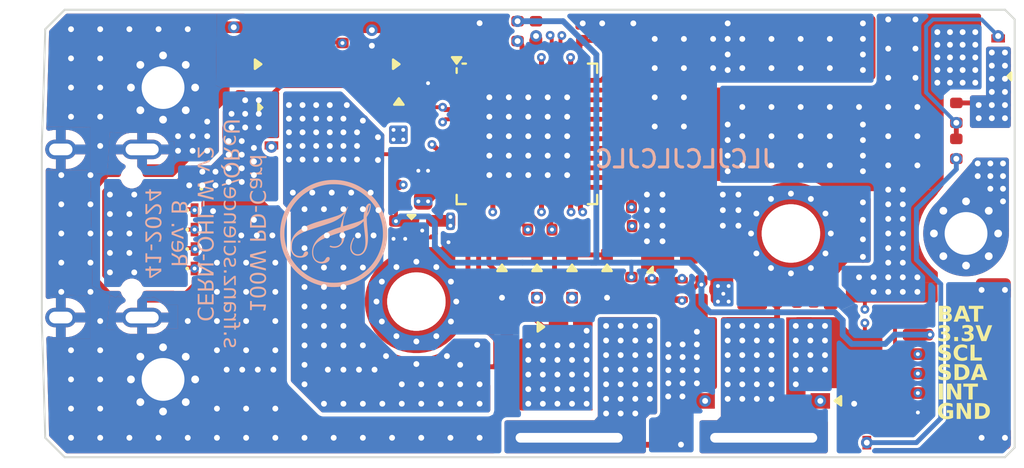
<source format=kicad_pcb>
(kicad_pcb (version 20240108) (generator "pcbnew") (generator_version "8.0")
  (layers (0 "F.Cu" signal) (1 "In1.Cu" signal) (2 "In2.Cu" signal) (3 "In3.Cu" signal) (4 "In4.Cu" signal) (5 "In5.Cu" signal) (6 "In6.Cu" signal) (31 "B.Cu" signal) (34 "B.Paste" user) (35 "F.Paste" user) (36 "B.SilkS" user "B.Silkscreen") (37 "F.SilkS" user "F.Silkscreen") (38 "B.Mask" user) (39 "F.Mask" user) (44 "Edge.Cuts" user))
  (net 0 "")
  (net 6 "GND")
  (net 7 "/IP2368 Buck-Boost-Converter/BST2")
  (net 10 "Net-(J1-Pin_1)")
  (net 14 "/Battery Interface/~{BAT_DISCONNECT}")
  (net 15 "/IP2368 Buck-Boost-Converter/HB2")
  (net 16 "/IP2368 Buck-Boost-Converter/HB1")
  (net 17 "/IP2368 Buck-Boost-Converter/BST1")
  (net 18 "/Battery Interface/I^{2}C_INT")
  (net 19 "+5V")
  (net 20 "Net-(C22-Pad2)")
  (net 21 "Net-(Q1A-DN)")
  (net 22 "/IP2368 Buck-Boost-Converter/BAT_MODE")
  (net 23 "/IP2368 Buck-Boost-Converter/HLED")
  (net 24 "/Connector/PORT1_D+")
  (net 25 "/Connector/PORT1_CC2")
  (net 26 "/Connector/PORT1_CC1")
  (net 27 "/IP2368 Buck-Boost-Converter/HG1")
  (net 28 "/IP2368 Buck-Boost-Converter/LG1")
  (net 29 "/IP2368 Buck-Boost-Converter/HB_IN")
  (net 30 "/IP2368 Buck-Boost-Converter/LG2")
  (net 31 "/IP2368 Buck-Boost-Converter/HB_BAT")
  (net 32 "/IP2368 Buck-Boost-Converter/HG2")
  (net 35 "/Connector/PORT1_D-")
  (net 36 "/Connector/POWER_VBUS")
  (net 37 "Net-(C23-Pad2)")
  (net 38 "/IP2368 Buck-Boost-Converter/ISET_MODE")
  (net 39 "/Battery Interface/VBAT")
  (net 40 "+3.3V")
  (net 41 "Net-(Q2A-DN)")
  (net 42 "/IP2368 Buck-Boost-Converter/CSN2")
  (net 43 "/IP2368 Buck-Boost-Converter/CSN1")
  (net 44 "/IP2368 Buck-Boost-Converter/BAT")
  (net 45 "/IP2368 Buck-Boost-Converter/NTC")
  (net 46 "/IP2368 Buck-Boost-Converter/VCC_5V")
  (net 47 "/IP2368 Buck-Boost-Converter/VCC_IO")
  (net 48 "/IP2368 Buck-Boost-Converter/VBUS_G")
  (net 49 "/IP2368 Buck-Boost-Converter/I_SET")
  (net 50 "/IP2368 Buck-Boost-Converter/V_SET")
  (net 51 "/IP2368 Buck-Boost-Converter/BAT_NUM")
  (net 52 "/IP2368 Buck-Boost-Converter/F_CAP")
  (net 53 "Net-(Q3-D)")
  (net 54 "/IP2368 Buck-Boost-Converter/VCONN_SUPPLY")
  (net 55 "Net-(Q5-G)")
  (net 56 "/IP2368 Buck-Boost-Converter/CSP1")
  (net 57 "/Battery Interface/I^{2}C_SDA")
  (net 58 "/Battery Interface/I^{2}C_SCL")
  (net 59 "Net-(U4-ALERT)")
  (net 60 "Net-(R25-C)")
  (footprint "Franz-Lib:C_0603_1608Metric_NoSilk" (layer "F.Cu") (at 180.95 96.05 90)
    (property "Reference" "C16" (hide yes))
    (property "Value" "2.2µF" (hide yes))
  )
  (footprint "Franz-Lib:C_0402_1005Metric_NoSilk_DNP" (layer "F.Cu") (at 168.2 99.8475 -90)
    (property "Reference" "C21" (hide yes))
    (property "Value" "2.2µF" (hide yes))
  )
  (footprint "Franz-Lib:R_1206_3216Metric_NoSilk" (layer "F.Cu") (at 173.55 106.85)
    (property "Reference" "R1" (hide yes))
    (property "Value" "5mΩ" (hide yes))
  )
  (footprint "Franz-Lib:R_0402_1005Metric_NoSilk" (layer "F.Cu") (at 173.9 104.8 -90)
    (property "Reference" "R3" (hide yes))
    (property "Value" "10Ω" (hide yes))
  )
  (footprint "Franz-Lib:C_0805_2012Metric_NoSilk" (layer "F.Cu") (at 170.4 109.65 -90)
    (property "Reference" "C14" (hide yes))
    (property "Value" "22µF" (hide yes))
  )
  (footprint "Franz-Lib:CP_Elec_6.3x6.0" (layer "F.Cu") (at 163.25 100.05 180)
    (property "Reference" "C18" (hide yes))
    (property "Value" "68µF" (hide yes))
  )
  (footprint "Franz-Lib:X1-DFN1006-2_P6X1_DIO" (layer "F.Cu") (at 158.2 101.8)
    (property "Reference" "D7" (hide yes))
    (property "Value" "D20V0L1B2LP-7B" (hide yes))
  )
  (footprint "Franz-Lib:C_0402_1005Metric_NoSilk" (layer "F.Cu") (at 180.53 94.125)
    (property "Reference" "C10" (hide yes))
    (property "Value" "2.2µF" (hide yes))
  )
  (footprint "Franz-Lib:D_SOD-323_SmallSilk" (layer "F.Cu") (at 173.65 102.2 -90)
    (property "Reference" "D3" (hide yes))
    (property "Value" "BSD3A311V" (hide yes))
  )
  (footprint "Franz-Lib:SOT-23-6_NoSilk" (layer "F.Cu") (at 168.1 90.35 180)
    (property "Reference" "Q2" (hide yes))
    (property "Value" "AGML315ME" (hide yes))
  )
  (footprint "Franz-Lib:X1-DFN1006-2_P6X1_DIO" (layer "F.Cu") (at 158.2 98.8)
    (property "Reference" "D5" (hide yes))
    (property "Value" "D20V0L1B2LP-7B" (hide yes))
  )
  (footprint "Franz-Lib:D_SOD-323_SmallSilk" (layer "F.Cu") (at 168.35 93.65 -90)
    (property "Reference" "D10" (hide yes))
    (property "Value" "1N5819W" (hide yes))
  )
  (footprint "Franz-Lib:C_0402_1005Metric_NoSilk" (layer "F.Cu") (at 174.5 99.8 180)
    (property "Reference" "C2" (hide yes))
    (property "Value" "100nF" (hide yes))
  )
  (footprint "Franz-Lib:QFN-48-1EP_7x7mm_P0.5mm_EP5.45x5.45mm_NoSilk" (layer "F.Cu") (at 174.93 94.88)
    (property "Reference" "U1" (hide yes))
    (property "Value" "IP2368" (hide yes))
  )
  (footprint "Franz-Lib:R_0402_1005Metric_NoSilk" (layer "F.Cu") (at 180.54 93.175 180)
    (property "Reference" "R10" (hide yes))
    (property "Value" "18kΩ" (hide yes))
  )
  (footprint "Franz-Lib:C_0402_1005Metric_NoSilk" (layer "F.Cu") (at 172.375 99.8)
    (property "Reference" "C3" (hide yes))
    (property "Value" "1µF" (hide yes))
  )
  (footprint "Franz-Lib:R_0402_1005Metric_NoSilk" (layer "F.Cu") (at 172.5 89.7 -90)
    (property "Reference" "R15" (hide yes))
    (property "Value" "1MΩ" (hide yes))
  )
  (footprint "Franz-Lib:WDFN8_NoSilk" (layer "F.Cu") (at 197.75 90.95 90)
    (property "Reference" "Q5" (hide yes))
    (property "Value" "Q_PMOS_SGD" (hide yes))
  )
  (footprint "Franz-Lib:R_0402_1005Metric_NoSilk" (layer "F.Cu") (at 181.9 110.35 -90)
    (property "Reference" "R13" (hide yes))
    (property "Value" "2Ω" (hide yes))
  )
  (footprint "Franz-Lib:C_0402_1005Metric_NoSilk" (layer "F.Cu") (at 177.77 89.595 90)
    (property "Reference" "C5" (hide yes))
    (property "Value" "100nF" (hide yes))
  )
  (footprint "Franz-Lib:C_0805_2012Metric_NoSilk" (layer "F.Cu") (at 193 100.75 180)
    (property "Reference" "C26" (hide yes))
    (property "Value" "22µF" (hide yes))
  )
  (footprint "Franz-Lib:D_SOD-323_SmallSilk" (layer "F.Cu") (at 177.25 102.2 -90)
    (property "Reference" "D6" (hide yes))
    (property "Value" "1N5819W" (hide yes))
  )
  (footprint "Franz-Lib:X1-DFN1006-2_P6X1_DIO" (layer "F.Cu") (at 158.2 100.8)
    (property "Reference" "D8" (hide yes))
    (property "Value" "FS03LBDF" (hide yes))
  )
  (footprint "Franz-Lib:C_0402_1005Metric_NoSilk" (layer "F.Cu") (at 182.85 110.35 90)
    (property "Reference" "C22" (hide yes))
    (property "Value" "1nF" (hide yes))
  )
  (footprint "Franz-Lib:C_0402_1005Metric_NoSilk" (layer "F.Cu") (at 176.7 99.8)
    (property "Reference" "C1" (hide yes))
    (property "Value" "100nF" (hide yes))
  )
  (footprint "Franz-Lib:MountingHole_2.2mm_M2_Pad_Via_NoSilk" (layer "F.Cu") (at 197.5 100)
    (property "Reference" "J1" (hide yes))
    (property "Value" "Conn_01x01_Pin" (hide yes))
  )
  (footprint "Franz-Lib:C_0603_1608Metric_NoSilk" (layer "F.Cu") (at 158.95 94.8 180)
    (property "Reference" "C19" (hide yes))
    (property "Value" "10µF" (hide yes))
  )
  (footprint "Franz-Lib:R_0402_1005Metric_NoSilk" (layer "F.Cu") (at 163.525 89.7 -90)
    (property "Reference" "R17" (hide yes))
    (property "Value" "10kΩ" (hide yes))
  )
  (footprint "Franz-Lib:C_0402_1005Metric_NoSilk" (layer "F.Cu") (at 171.6 89.7 90)
    (property "Reference" "C7" (hide yes))
    (property "Value" "100nF" (hide yes))
  )
  (footprint "Franz-Lib:R_0402_1005Metric_NoSilk" (layer "F.Cu") (at 169.85 93 90)
    (property "Reference" "R23" (hide yes))
    (property "Value" "510kΩ" (hide yes))
  )
  (footprint "Franz-Lib:C_0603_1608Metric_NoSilk" (layer "F.Cu") (at 169.6 97.55 90)
    (property "Reference" "C17" (hide yes))
    (property "Value" "2.2µF" (hide yes))
  )
  (footprint "Franz-Lib:R_0402_1005Metric_NoSilk" (layer "F.Cu") (at 159.7 92.95)
    (property "Reference" "R6" (hide yes))
    (property "Value" "10kΩ" (hide yes))
  )
  (footprint "Franz-Lib:D_SOD-323_SmallSilk" (layer "F.Cu") (at 175.45 102.2 -90)
    (property "Reference" "D4" (hide yes))
    (property "Value" "1N5819W" (hide yes))
  )
  (footprint "Franz-Lib:R_0402_1005Metric_NoSilk" (layer "F.Cu") (at 179.825 99.62)
    (property "Reference" "R4" (hide yes))
    (property "Value" "10Ω" (hide yes))
  )
  (footprint "Franz-Lib:R_0402_1005Metric_NoSilk" (layer "F.Cu") (at 192.4 107.675)
    (property "Reference" "R19" (hide yes))
    (property "Value" "1MΩ" (hide yes))
  )
  (footprint "Franz-Lib:C_0402_1005Metric_NoSilk" (layer "F.Cu") (at 179.825 98.65)
    (property "Reference" "C4" (hide yes))
    (property "Value" "1µF" (hide yes))
  )
  (footprint "Franz-Lib:UDFN-4-1EP_1x1mm_P0.65mm_EP0.48x0.48mm_NoSilk_DNP" (layer "F.Cu") (at 169.55 99.85)
    (property "Reference" "U3" (hide yes))
    (property "Value" "DS8561-33D4" (hide yes))
  )
  (footprint "Franz-Lib:R_0402_1005Metric_NoSilk" (layer "F.Cu") (at 178.72 89.595 90)
    (property "Reference" "R12" (hide yes))
    (property "Value" "10kΩ" (hide yes))
  )
  (footprint "Franz-Lib:CP_Elec_6.3x6.0" (layer "F.Cu") (at 163.25 107 180)
    (property "Reference" "C12" (hide yes))
    (property "Value" "68µF" (hide yes))
  )
  (footprint "Franz-Lib:R_0402_1005Metric_NoSilk" (layer "F.Cu") (at 165.45 89.7 -90)
    (property "Reference" "R16" (hide yes))
    (property "Value" "1MΩ" (hide yes))
  )
  (footprint "Franz-Lib:X1-DFN1006-2_P6X1_DIO" (layer "F.Cu") (at 158.2 99.8)
    (property "Reference" "D9" (hide yes))
    (property "Value" "FS03LBDF" (hide yes))
  )
  (footprint "Franz-Lib:R_0402_1005Metric_NoSilk" (layer "F.Cu") (at 180.3 102.75 -90)
    (property "Reference" "R27" (hide yes))
    (property "Value" "R_Small" (hide yes))
  )
  (footprint "Franz-Lib:C_0402_1005Metric_NoSilk" (layer "F.Cu") (at 164.5 89.7 90)
    (property "Reference" "C9" (hide yes))
    (property "Value" "100nF" (hide yes))
  )
  (footprint "Franz-Lib:C_0805_2012Metric_NoSilk" (layer "F.Cu") (at 168.5 109.65 -90)
    (property "Reference" "C8" (hide yes))
    (property "Value" "22µF" (hide yes))
  )
  (footprint "Franz-Lib:C_0805_2012Metric_NoSilk" (layer "F.Cu") (at 172.3 109.65 -90)
    (property "Reference" "C15" (hide yes))
    (property "Value" "22µF" (hide yes))
  )
  (footprint "Franz-Lib:WDFN8_NoSilk" (layer "F.Cu") (at 163.2 94.5 -90)
    (property "Reference" "Q6" (hide yes))
    (property "Value" "Q_NMOS_SGD" (hide yes))
  )
  (footprint "Franz-Lib:CP_Elec_6.3x6.0" (layer "F.Cu") (at 192.2 93 90)
    (property "Reference" "C11" (hide yes))
    (property "Value" "68µF" (hide yes))
  )
  (footprint "Franz-Lib:C_0402_1005Metric_NoSilk_DNP" (layer "F.Cu") (at 170.9 99.8475 -90)
    (property "Reference" "C25" (hide yes))
    (property "Value" "2.2µF" (hide yes))
  )
  (footprint "Franz-Lib:R_0402_1005Metric_NoSilk" (layer "F.Cu") (at 175.4 89.6 -90)
    (property "Reference" "R22" (hide yes))
    (property "Value" "2.2kΩ" (hide yes))
  )
  (footprint "Franz-Lib:C_0805_2012Metric_NoSilk" (layer "F.Cu") (at 193 98.85 180)
    (property "Reference" "C20" (hide yes))
    (property "Value" "22µF" (hide yes))
  )
  (footprint "Franz-Lib:Fuse_1206_3216Metric_NoSilk" (layer "F.Cu") (at 198.75 95.35 -90)
    (property "Reference" "F1" (hide yes))
    (property "Value" ">5A" (hide yes))
  )
  (footprint "Franz-Lib:Mounting_Wuerth_WA-SMSI-M2_H6mm_9774060243" (layer "F.Cu") (at 169.25 103.5)
    (property "Reference" "J7" (hide yes))
    (property "Value" "Conn_01x01_Pin" (hide yes))
  )
  (footprint "Franz-Lib:USB_C_Receptacle_C313131_TYPE-C-31-M-12" (layer "F.Cu") (at 152.025 100 -90)
    (property "Reference" "J2" (hide yes))
    (property "Value" "USB_C_Receptacle_USB2.0_C393939" (hide yes))
  )
  (footprint "Franz-Lib:R_0402_1005Metric_NoSilk" (layer "F.Cu") (at 197 93.8 90)
    (property "Reference" "R20" (hide yes))
    (property "Value" "1MΩ" (hide yes))
  )
  (footprint "Franz-Lib:SOT-563_NoSilk" (layer "F.Cu") (at 182.1 102.9)
    (property "Reference" "U4" (hide yes))
    (property "Value" "TMP102xxDRL" (hide yes))
  )
  (footprint "Franz-Lib:R_0402_1005Metric_NoSilk" (layer "F.Cu") (at 174.45 89.6 -90)
    (property "Reference" "R21" (hide yes))
    (property "Value" "2.2kΩ" (hide yes))
  )
  (footprint "Franz-Lib:D_SOD-323_SmallSilk" (layer "F.Cu") (at 179.05 102.2 -90)
    (property "Reference" "D2" (hide yes))
    (property "Value" "BSD3A311V" (hide yes))
  )
  (footprint "Franz-Lib:R_0402_1005Metric_NoSilk" (layer "F.Cu") (at 188.3 103.5 180)
    (property "Reference" "R18" (hide yes))
    (property "Value" "2Ω" (hide yes))
  )
  (footprint "Franz-Lib:R_0402_1005Metric_NoSilk" (layer "F.Cu") (at 170.625 89.7 -90)
    (property "Reference" "R14" (hide yes))
    (property "Value" "10kΩ" (hide yes))
  )
  (footprint "Franz-Lib:C_0402_1005Metric_NoSilk" (layer "F.Cu") (at 190.15 103.5 180)
    (property "Reference" "C23" (hide yes))
    (property "Value" "1nF" (hide yes))
  )
  (footprint "Franz-Lib:MountingHole_2.2mm_M2_Pad_Via_NoSilk" (layer "F.Cu") (at 156.23 92.5 -90)
    (property "Reference" "J3" (hide yes))
    (property "Value" "Conn_01x01_Pin" (hide yes))
  )
  (footprint "Franz-Lib:C_0402_1005Metric_NoSilk" (layer "F.Cu") (at 183.9 102.9 -90)
    (property "Reference" "C27" (hide yes))
    (property "Value" "100nF" (hide yes))
  )
  (footprint "Franz-Lib:CP_Elec_6.3x6.0" (layer "F.Cu") (at 185.25 93 90)
    (property "Reference" "C13" (hide yes))
    (property "Value" "68µF" (hide yes))
  )
  (footprint "Franz-Lib:DFN-8_L6.0-W5.0-P1.27_AON6938" (layer "F.Cu") (at 187.05 106.7 90)
    (property "Reference" "Q13" (hide yes))
    (property "Value" "RUH30J51M" (hide yes))
  )
  (footprint "Franz-Lib:DFN-8_L6.0-W5.0-P1.27_AON6938" (layer "F.Cu") (at 179.515 106.7 -90)
    (property "Reference" "Q12" (hide yes))
    (property "Value" "RUH30J51M" (hide yes))
  )
  (footprint "Franz-Lib:R_0402_1005Metric_NoSilk" (layer "F.Cu") (at 197 95.65 90)
    (property "Reference" "R24" (hide yes))
    (property "Value" "100kΩ" (hide yes))
  )
  (footprint "Franz-Lib:SOT-23-6_NoSilk" (layer "F.Cu") (at 161 90.35 180)
    (property "Reference" "Q1" (hide yes))
    (property "Value" "AGML315ME" (hide yes))
  )
  (footprint "Franz-Lib:Mounting_Wuerth_WA-SMSI-M2_H6mm_9774060243" (layer "F.Cu") (at 188.5 100)
    (property "Reference" "J4" (hide yes))
    (property "Value" "Conn_01x01_Pin" (hide yes))
  )
  (footprint "Franz-Lib:R_0402_JUMPER3_NoSilk" (layer "F.Cu") (at 168.2 97.5 -90)
    (property "Reference" "R25" (hide yes))
    (property "Value" "Resistor_3_Bridged12_0402" (hide yes))
  )
  (footprint "Franz-Lib:JST_SH_SM06B-SRSS-TB_1x06-1MP_P1.00mm_Horizontal_NoSilk" (layer "F.Cu") (at 197.025 106.7 90)
    (property "Reference" "J5" (hide yes))
    (property "Value" "Conn_01x06_MountingPin" (hide yes))
  )
  (footprint "Franz-Lib:SOT-89-3_NoSilk" (layer "F.Cu") (at 183.25 98.95 90)
    (property "Reference" "U2" (hide yes))
    (property "Value" "ME6228A50PG" (hide yes))
  )
  (footprint "Franz-Lib:C_0402_1005Metric_NoSilk" (layer "F.Cu") (at 179.75 95.625 90)
    (property "Reference" "C6" (hide yes))
    (property "Value" "2.2µF" (hide yes))
  )
  (footprint "Franz-Lib:MountingHole_2.2mm_M2_Pad_Via_NoSilk" (layer "F.Cu") (at 156.23 107.5 90)
    (property "Reference" "J6" (hide yes))
    (property "Value" "Conn_01x01_Pin" (hide yes))
  )
  (footprint "Franz-Lib:C_0603_1608Metric_NoSilk" (layer "F.Cu") (at 185.85 103.25)
    (property "Reference" "C24" (hide yes))
    (property "Value" "22µF" (hide yes))
  )
  (footprint "Franz-Lib:R_0402_1005Metric_NoSilk" (layer "F.Cu") (at 180.54 92.225 180)
    (property "Reference" "R11" (hide yes))
    (property "Value" "5kΩ" (hide yes))
  )
  (footprint "Franz-Lib:R_0402_1005Metric_NoSilk" (layer "F.Cu") (at 180.54 91.275 180)
    (property "Reference" "R9" (hide yes))
    (property "Value" "10kΩ" (hide yes))
  )
  (footprint "Franz-Lib:SOT-323_SC-70_NoSilk" (layer "F.Cu") (at 192.4 109.75 -90)
    (property "Reference" "Q3" (hide yes))
    (property "Value" "L2N7002WT1G" (hide yes))
  )
  (footprint "Franz-Lib:R_1206_3216Metric_NoSilk" (layer "F.Cu") (at 192.3 104.4 90)
    (property "Reference" "R2" (hide yes))
    (property "Value" "5mΩ" (hide yes))
  )
  (footprint "Franz-Lib:ST_QFN1610_1_NoSilk" (layer "F.Cu") (at 158.2 96.6 90)
    (property "Reference" "D1" (hide yes))
    (property "Value" "ESD56201D20-2/TR " (hide yes))
  )
  (footprint "Franz-Lib:R_0402_1005Metric_NoSilk" (layer "F.Cu") (at 180.54 90.325 180)
    (property "Reference" "R5" (hide yes))
    (property "Value" "25kΩ" (hide yes))
  )
  (footprint "Franz-Lib:7443762504100" (layer "B.Cu") (at 182.1 110.5 180)
    (property "Reference" "L1" (hide yes))
    (property "Value" "10µH" (hide yes))
  )
  (footprint "Franz-Lib:logo_5.5" (layer "B.Cu") (at 165 100 90)
    (property "Reference" "G***" (hide yes))
    (property "Value" "LOGO" (hide yes))
  )
  (gr_line (start 151.175 88.5) (end 150.175 89.5) (stroke (width 0.1)) (layer "Edge.Cuts"))
  (gr_line (start 151.175 88.5) (end 199.5 88.5) (stroke (width 0.1)) (layer "Edge.Cuts"))
  (gr_curve (pts (xy 150.175 89.5) (xy 150.125 91.45) (xy 150.05 94.025) (xy 150 95.38)) (stroke (width 0.1)) (layer "Edge.Cuts"))
  (gr_line (start 150 95.38) (end 150 104.62) (stroke (width 0.1)) (layer "Edge.Cuts"))
  (gr_line (start 150.175 110.5) (end 151.175 111.5) (stroke (width 0.1)) (layer "Edge.Cuts"))
  (gr_line (start 199.5 111.5) (end 200 111) (stroke (width 0.1)) (layer "Edge.Cuts"))
  (gr_curve (pts (xy 150.175 110.5) (xy 150.125 108.55) (xy 150.05 105.975) (xy 150 104.62)) (stroke (width 0.1)) (layer "Edge.Cuts"))
  (gr_line (start 200 111) (end 200 89) (stroke (width 0.1)) (layer "Edge.Cuts"))
  (gr_line (start 200 89) (end 199.5 88.5) (stroke (width 0.1)) (layer "Edge.Cuts"))
  (gr_line (start 151.175 111.5) (end 199.5 111.5) (stroke (width 0.1)) (layer "Edge.Cuts"))
  (gr_text "100W PD-Card\ns.franz.science/QRcU\nCERN-OHL-W v2\nRev. B\n41-2024" (at 161.5 100 270) (layer "B.SilkS") (effects (font (size 0.8 0.8)) (justify top mirror)))
  (gr_text "JLCJLCJLCJLC" (at 183.065 96.7 0) (layer "B.SilkS") (effects (font (size 0.9 0.9) (thickness 0.154) (bold yes)) (justify bottom mirror)))
  (gr_text "3.3V" (at 196 105.2 0) (layer "F.SilkS") (effects (font (size 0.8 0.8) (thickness 0.2) (bold yes)) (justify left)))
  (gr_text "BAT" (at 196 104.2 0) (layer "F.SilkS") (effects (font (size 0.8 0.8) (thickness 0.2) (bold yes)) (justify left)))
  (gr_text "SDA" (at 196 107.2 0) (layer "F.SilkS") (effects (font (size 0.8 0.8) (thickness 0.2) (bold yes)) (justify left)))
  (gr_text "GND" (at 196 109.2 0) (layer "F.SilkS") (effects (font (size 0.8 0.8) (thickness 0.2) (bold yes)) (justify left)))
  (gr_text "SCL" (at 196 106.2 0) (layer "F.SilkS") (effects (font (size 0.8 0.8) (thickness 0.2) (bold yes)) (justify left)))
  (gr_text "INT" (at 196 108.2 0) (layer "F.SilkS") (effects (font (size 0.8 0.8) (thickness 0.2) (bold yes)) (justify left)))
  (segment (start 178.38 95.13) (end 175.18 95.13) (width 0.25) (layer "F.Cu") (net 6))
  (segment (start 171.48 97.13) (end 169.93 97.13) (width 0.3) (layer "F.Cu") (net 6))
  (segment (start 169.85 92.49) (end 169.85 92.275) (width 0.2) (layer "F.Cu") (net 6))
  (segment (start 179.735 95.13) (end 179.75 95.145) (width 0.25) (layer "F.Cu") (net 6))
  (segment (start 191.89 108.61) (end 191.75 108.75) (width 0.25) (layer "F.Cu") (net 6))
  (segment (start 175.18 95.13) (end 174.93 94.88) (width 0.25) (layer "F.Cu") (net 6))
  (segment (start 166.575 90.35) (end 166.9625 90.35) (width 0.2) (layer "F.Cu") (net 6))
  (segment (start 172.87 97.13) (end 173 97) (width 0.3) (layer "F.Cu") (net 6))
  (segment (start 155.155 104.32) (end 155.155 105.445) (width 0.5) (layer "F.Cu") (net 6))
  (segment (start 172.47 89.22) (end 172.5 89.19) (width 0.2) (layer "F.Cu") (net 6))
  (segment (start 169.35 96.525) (end 169.35 96.775) (width 0.25) (layer "F.Cu") (net 6))
  (segment (start 178.38 95.13) (end 179.735 95.13) (width 0.25) (layer "F.Cu") (net 6))
  (segment (start 191.89 107.55) (end 191.89 108.61) (width 0.25) (layer "F.Cu") (net 6))
  (segment (start 165.445 89.22) (end 166.575 90.35) (width 0.2) (layer "F.Cu") (net 6))
  (segment (start 171.6 89.22) (end 172.47 89.22) (width 0.2) (layer "F.Cu") (net 6))
  (segment (start 169.93 97.13) (end 169.9 97.1) (width 0.3) (layer "F.Cu") (net 6))
  (segment (start 183.7 103.4) (end 183.7 103.45) (width 0.25) (layer "F.Cu") (net 6))
  (segment (start 169.9 97.1) (end 169.9 97.093514) (width 0.3) (layer "F.Cu") (net 6))
  (segment (start 155.155 95.68) (end 155.155 94.755) (width 0.5) (layer "F.Cu") (net 6))
  (segment (start 164.5 89.22) (end 165.445 89.22) (width 0.2) (layer "F.Cu") (net 6))
  (segment (start 168.2 96.48) (end 169.305 96.48) (width 0.25) (layer "F.Cu") (net 6))
  (segment (start 182.85 110.83) (end 182.85 110.85) (width 0.3) (layer "F.Cu") (net 6))
  (segment (start 169.305 96.48) (end 169.35 96.525) (width 0.25) (layer "F.Cu") (net 6))
  (segment (start 171.48 97.13) (end 172.87 97.13) (width 0.3) (layer "F.Cu") (net 6))
  (via (at 163.5 110.5) (size 0.6) (drill 0.3) (layers "F.Cu" "B.Cu") (net 6))
  (via (at 189 91.5) (size 0.6) (drill 0.3) (layers "F.Cu" "B.Cu") (net 6))
  (via (at 152.5 101.5) (size 0.6) (drill 0.3) (layers "F.Cu" "B.Cu") (net 6))
  (via (at 177 96) (size 0.6) (drill 0.3) (layers "F.Cu" "B.Cu") (net 6))
  (via (at 173 95) (size 0.6) (drill 0.3) (layers "F.Cu" "B.Cu") (net 6))
  (via (at 159 110.5) (size 0.6) (drill 0.3) (layers "F.Cu" "B.Cu") (net 6))
  (via (at 151.5 92.5) (size 0.6) (drill 0.3) (layers "F.Cu" "B.Cu") (net 6))
  (via (at 190.275352 98.975) (size 0.6) (drill 0.3) (layers "F.Cu" "B.Cu") (net 6))
  (via (at 162 109) (size 0.6) (drill 0.3) (layers "F.Cu" "B.Cu") (net 6))
  (via (at 183 94.5) (size 0.6) (drill 0.3) (layers "F.Cu" "B.Cu") (net 6))
  (via (at 169.25 101.45) (size 0.6) (drill 0.3) (layers "F.Cu" "B.Cu") (net 6))
  (via (at 175 97) (size 0.6) (drill 0.3) (layers "F.Cu" "B.Cu") (net 6))
  (via (at 192.2 91.6) (size 0.6) (drill 0.3) (layers "F.Cu" "B.Cu") (net 6))
  (via (at 152.5 98.5) (size 0.6) (drill 0.3) (layers "F.Cu" "B.Cu") (net 6))
  (via (at 189.525 101.775352) (size 0.6) (drill 0.3) (layers "F.Cu" "B.Cu") (net 6))
  (via (at 160.5 101.5) (size 0.6) (drill 0.3) (layers "F.Cu" "B.Cu") (net 6))
  (via (at 195.025 109.2) (size 0.45) (drill 0.2) (layers "F.Cu" "B.Cu") (net 6))
  (via (at 182.2 107.025) (size 0.6) (drill 0.3) (layers "F.Cu" "B.Cu") (net 6))
  (via (at 182.933333 105.7) (size 0.6) (drill 0.3) (layers "F.Cu" "B.Cu") (net 6))
  (via (at 151.5 94) (size 0.6) (drill 0.3) (layers "F.Cu" "B.Cu") (net 6))
  (via (at 157.5 89.5) (size 0.6) (drill 0.3) (layers "F.Cu" "B.Cu") (net 6))
  (via (at 153 92.5) (size 0.6) (drill 0.3) (layers "F.Cu" "B.Cu") (net 6))
  (via (at 159 104.5) (size 0.6) (drill 0.3) (layers "F.Cu" "B.Cu") (net 6))
  (via (at 181.1 99.6) (size 0.6) (drill 0.3) (layers "F.Cu" "B.Cu") (net 6))
  (via (at 169.55 99.85) (size 0.45) (drill 0.2) (layers "F.Cu" "B.Cu") (net 6))
  (via (at 177 94) (size 0.6) (drill 0.3) (layers "F.Cu" "B.Cu") (net 6))
  (via (at 181.5 90) (size 0.6) (drill 0.3) (layers "F.Cu" "B.Cu") (net 6))
  (via (at 199.5 110.5) (size 0.6) (drill 0.3) (layers "F.Cu" "B.Cu") (net 6))
  (via (at 172.5 89.19) (size 0.6) (drill 0.3) (layers "F.Cu" "B.Cu") (net 6))
  (via (at 180.4 89.2) (size 0.6) (drill 0.3) (layers "F.Cu" "B.Cu") (net 6))
  (via (at 151.5 109) (size 0.6) (drill 0.3) (layers "F.Cu" "B.Cu") (net 6))
  (via (at 173 94) (size 0.6) (drill 0.3) (layers "F.Cu" "B.Cu") (net 6))
  (via (at 161.85 100.1) (size 0.6) (drill 0.3) (layers "F.Cu" "B.Cu") (net 6))
  (via (at 153 110.5) (size 0.6) (drill 0.3) (layers "F.Cu" "B.Cu") (net 6))
  (via (at 189 90) (size 0.6) (drill 0.3) (layers "F.Cu" "B.Cu") (net 6))
  (via (at 173 96) (size 0.6) (drill 0.3) (layers "F.Cu" "B.Cu") (net 6))
  (via (at 186 90) (size 0.6) (drill 0.3) (layers "F.Cu" "B.Cu") (net 6))
  (via (at 185.8 98.8) (size 0.6) (drill 0.3) (layers "F.Cu" "B.Cu") (net 6))
  (via (at 153 95.5) (size 0.6) (drill 0.3) (layers "F.Cu" "B.Cu") (net 6))
  (via (at 177 97) (size 0.6) (drill 0.3) (layers "F.Cu" "B.Cu") (net 6))
  (via (at 151 100) (size 0.6) (drill 0.3) (layers "F.Cu" "B.Cu") (net 6))
  (via (at 154.5 110.5) (size 0.6) (drill 0.3) (layers "F.Cu" "B.Cu") (net 6))
  (via (at 152.5 100) (size 0.6) (drill 0.3) (layers "F.Cu" "B.Cu") (net 6))
  (via (at 152.5 103) (size 0.6) (drill 0.3) (layers "F.Cu" "B.Cu") (net 6))
  (via (at 171.025352 102.475) (size 0.6) (drill 0.3) (layers "F.Cu" "B.Cu") (net 6))
  (via (at 151.5 107.5) (size 0.6) (drill 0.3) (layers "F.Cu" "B.Cu") (net 6))
  (via (at 171 110.5) (size 0.6) (drill 0.3) (layers "F.Cu" "B.Cu") (net 6))
  (via (at 185.25 91.6) (size 0.6) (drill 0.3) (layers "F.Cu" "B.Cu") (net 6))
  (via (at 178.8 89.2) (size 0.6) (drill 0.3) (layers "F.Cu" "B.Cu") (net 6))
  (via (at 175 95) (size 0.6) (drill 0.3) (layers "F.Cu" "B.Cu") (net 6))
  (via (at 166.5 110.5) (size 0.6) (drill 0.3) (layers "F.Cu" "B.Cu") (net 6))
  (via (at 159.5 107) (size 0.6) (drill 0.3) (layers "F.Cu" "B.Cu") (net 6))
  (via (at 157.75 95) (size 0.6) (drill 0.3) (layers "F.Cu" "B.Cu") (net 6))
  (via (at 181.5 94.5) (size 0.6) (drill 0.3) (layers "F.Cu" "B.Cu") (net 6))
  (via (at 169.85 92.275) (size 0.45) (drill 0.2) (layers "F.Cu" "B.Cu") (net 6))
  (via (at 181.1 98.8) (size 0.6) (drill 0.3) (layers "F.Cu" "B.Cu") (net 6))
  (via (at 151 101.5) (size 0.6) (drill 0.3) (layers "F.Cu" "B.Cu") (net 6))
  (via (at 183 90) (size 0.6) (drill 0.3) (layers "F.Cu" "B.Cu") (net 6))
  (via (at 151 97) (size 0.6) (drill 0.3) (layers "F.Cu" "B.Cu") (net 6))
  (via (at 192.2 89.2) (size 0.6) (drill 0.3) (layers "F.Cu" "B.Cu") (net 6))
  (via (at 185.8 99.6) (size 0.6) (drill 0.3) (layers "F.Cu" "B.Cu") (net 6))
  (via (at 153 107.5) (size 0.6) (drill 0.3) (layers "F.Cu" "B.Cu") (net 6))
  (via (at 153 89.5) (size 0.6) (drill 0.3) (layers "F.Cu" "B.Cu") (net 6))
  (via (at 181.5 93) (size 0.6) (drill 0.3) (layers "F.Cu" "B.Cu") (net 6))
  (via (at 186 91.5) (size 0.6) (drill 0.3) (layers "F.Cu" "B.Cu") (net 6))
  (via (at 159 106) (size 0.6) (drill 0.3) (layers "F.Cu" "B.Cu") (net 6))
  (via (at 182.933333 106.35) (size 0.6) (drill 0.3) (layers "F.Cu" "B.Cu") (net 6))
  (via (at 182.2 106.35) (size 0.6) (drill 0.3) (layers "F.Cu" "B.Cu") (net 6))
  (via (at 181.1 98) (size 0.6) (drill 0.3) (layers "F.Cu" "B.Cu") (net 6))
  (via (at 174 94) (size 0.6) (drill 0.3) (layers "F.Cu" "B.Cu") (net 6))
  (via (at 154.5 89.5) (size 0.6) (drill 0.3) (layers "F.Cu" "B.Cu") (net 6))
  (via (at 182.2 107.7) (size 0.6) (drill 0.3) (layers "F.Cu" "B.Cu") (net 6))
  (via (at 152.5 97) (size 0.6) (drill 0.3) (layers "F.Cu" "B.Cu") (net 6))
  (via (at 187.5 90) (size 0.6) (drill 0.3) (layers "F.Cu" "B.Cu") (net 6))
  (via (at 169.25 105.55) (size 0.6) (drill 0.3) (layers "F.Cu" "B.Cu") (net 6))
  (via (at 192.2 90) (size 0.6) (drill 0.3) (layers "F.Cu" "B.Cu") (net 6))
  (via (at 183.666666 107.025) (size 0.6) (drill 0.3) (layers "F.Cu" "B.Cu") (net 6))
  (via (at 174 93) (size 0.6) (drill 0.3) (layers "F.Cu" "B.Cu") (net 6))
  (via (at 199.5 102.9) (size 0.6) (drill 0.3) (layers "F.Cu" "B.Cu") (net 6))
  (via (at 181.9 99.6) (size 0.6) (drill 0.3) (layers "F.Cu" "B.Cu") (net 6))
  (via (at 175 93) (size 0.6) (drill 0.3) (layers "F.Cu" "B.Cu") (net 6))
  (via (at 188.5 102.05) (size 0.6) (drill 0.3) (layers "F.Cu" "B.Cu") (net 6))
  (via (at 190.55 100) (size 0.6) (drill 0.3) (layers "F.Cu" "B.Cu") (net 6))
  (via (at 182.933333 107.025) (size 0.6) (drill 0.3) (layers "F.Cu" "B.Cu") (net 6))
  (via (at 190.275352 101.025) (size 0.6) (drill 0.3) (layers "F.Cu" "B.Cu") (net 6))
  (via (at 173 93) (size 0.6) (drill 0.3) (layers "F.Cu" "B.Cu") (net 6))
  (via (at 181.9 100.4) (size 0.6) (drill 0.3) (layers "F.Cu" "B.Cu") (net 6))
  (via (at 151.5 91) (size 0.6) (drill 0.3) (layers "F.Cu" "B.Cu") (net 6))
  (via (at 185.25 90.8) (size 0.6) (drill 0.3) (layers "F.Cu" "B.Cu") (net 6))
  (via (at 185.25 89.2) (size 0.6) (drill 0.3) (layers "F.Cu" "B.Cu") (net 6))
  (via (at 190.5 90) (size 0.6) (drill 0.3) (layers "F.Cu" "B.Cu") (net 6))
  (via (at 167.474648 102.475) (size 0.6) (drill 0.3) (layers "F.Cu" "B.Cu") (net 6))
  (via (at 184.5 90) (size 0.6) (drill 0.3) (layers "F.Cu" "B.Cu") (net 6))
  (via (at 186.724648 98.975) (size 0.6) (drill 0.3) (layers "F.Cu" "B.Cu") (net 6))
  (via (at 151.5 106) (size 0.6) (drill 0.3) (layers "F.Cu" "B.Cu") (net 6))
  (via (at 160.3 107) (size 0.6) (drill 0.3) (layers "F.Cu" "B.Cu") (net 6))
  (via (at 175 94) (size 0.6) (drill 0.3) (layers "F.Cu" "B.Cu") (net 6))
  (via (at 168.675 100.275) (size 0.45) (drill 0.2) (layers "F.Cu" "B.Cu") (net 6))
  (via (at 161.1 107) (size 0.6) (drill 0.3) (layers "F.Cu" "B.Cu") (net 6))
  (via (at 160.5 110.5) (size 0.6) (drill 0.3) (layers "F.Cu" "B.Cu") (net 6))
  (via (at 183.666666 107.7) (size 0.6) (drill 0.3) (layers "F.Cu" "B.Cu") (net 6))
  (via (at 183.666666 105.7) (size 0.6) (drill 0.3) (layers "F.Cu" "B.Cu") (net 6))
  (via (at 153 104.5) (size 0.6) (drill 0.3) (layers "F.Cu" "B.Cu") (net 6))
  (via (at 181.9 98) (size 0.6) (drill 0.3) (layers "F.Cu" "B.Cu") (net 6))
  (via (at 183 91.5) (size 0.6) (drill 0.3) (layers "F.Cu" "B.Cu") (net 6))
  (via (at 176 96) (size 0.6) (drill 0.3) (layers "F.Cu" "B.Cu") (net 6))
  (via (at 198.3 102.9) (size 0.6) (drill 0.3) (layers "F.Cu" "B.Cu") (net 6))
  (via (at 162 106) (size 0.6) (drill 0.3) (layers "F.Cu" "B.Cu") (net 6))
  (via (at 157.5 104.5) (size 0.6) (drill 0.3) (layers "F.Cu" "B.Cu") (net 6))
  (via (at 162 101.5) (size 0.6) (drill 0.3) (layers "F.Cu" "B.Cu") (net 6))
  (via (at 174 96) (size 0.6) (drill 0.3) (layers "F.Cu" "B.Cu") (net 6))
  (via (at 165 110.5) (size 0.6) (drill 0.3) (layers "F.Cu" "B.Cu") (net 6))
  (via (at 160.5 104.5) (size 0.6) (drill 0.3) (layers "F.Cu" "B.Cu") (net 6))
  (via (at 171.3 103.5) (size 0.6) (drill 0.3) (layers "F.Cu" "B.Cu") (net 6))
  (via (at 173 97) (size 0.6) (drill 0.3) (layers "F.Cu" "B.Cu") (net 6))
  (via (at 181.5 91.5) (size 0.6) (drill 0.3) (layers "F.Cu" "B.Cu") (net 6))
  (via (at 157.5 110.5) (size 0.6) (drill 0.3) (layers "F.Cu" "B.Cu") (net 6))
  (via (at 174 95) (size 0.6) (drill 0.3) (layers "F.Cu" "B.Cu") (net 6))
  (via (at 176 97) (size 0.6) (drill 0.3) (layers "F.Cu" "B.Cu") (net 6))
  (via (at 176 94) (size 0.6) (drill 0.3) (layers "F.Cu" "B.Cu") (net 6))
  (via (at 182.925 108.375) (size 0.6) (drill 0.3) (layers "F.Cu" "B.Cu") (net 6))
  (via (at 160.9 99.3) (size 0.6) (drill 0.3) (layers "F.Cu" "B.Cu") (net 6))
  (via (at 168.075 100.275) (size 0.45) (drill 0.2) (layers "F.Cu" "B.Cu") (net 6))
  (via (at 182.933333 107.7) (size 0.6) (drill 0.3) (layers "F.Cu" "B.Cu") (net 6))
  (via (at 182.2 105.7) (size 0.6) (drill 0.3) (layers "F.Cu" "B.Cu") (net 6))
  (via (at 158.5 95) (size 0.6) (drill 0.3) (layers "F.Cu" "B.Cu") (net 6))
  (via (at 181.1 100.4) (size 0.6) (drill 0.3) (layers "F.Cu" "B.Cu") (net 6))
  (via (at 160.5 103) (size 0.6) (drill 0.3) (layers "F.Cu" "B.Cu") (net 6))
  (via (at 151.5 110.5) (size 0.6) (drill 0.3) (layers "F.Cu" "B.Cu") (net 6))
  (via (at 157 95) (size 0.6) (drill 0.3) (layers "F.Cu" "B.Cu") (net 6))
  (via (at 169.35 96.775) (size 0.45) (drill 0.2) (layers "F.Cu" "B.Cu") (net 6))
  (via (at 181.9 98.8) (size 0.6) (drill 0.3) (layers "F.Cu" "B.Cu") (net 6))
  (via (at 158.5 95.75) (size 0.6) (drill 0.3) (layers "F.Cu" "B.Cu") (net 6))
  (via (at 198.3 110.5) (size 0.6) (drill 0.3) (layers "F.Cu" "B.Cu") (net 6))
  (via (at 162 110.5) (size 0.6) (drill 0.3) (layers "F.Cu" "B.Cu") (net 6))
  (via (at 153 94) (size 0.6) (drill 0.3) (layers "F.Cu" "B.Cu") (net 6))
  (via (at 187.475 98.224648) (size 0.6) (drill 0.3) (layers "F.Cu" "B.Cu") (net 6))
  (via (at 170.275 105.275352) (size 0.6) (drill 0.3) (layers "F.Cu" "B.Cu") (net 6))
  (via (at 168 110.5) (size 0.6) (drill 0.3) (layers "F.Cu" "B.Cu") (net 6))
  (via (at 176 93) (size 0.6) (drill 0.3) (layers "F.Cu" "B.Cu") (net 6))
  (via (at 162 103) (size 0.6) (drill 0.3) (layers "F.Cu" "B.Cu") (net 6))
  (via (at 177 95) (size 0.6) (drill 0.3) (layers "F.Cu" "B.Cu") (net 6))
  (via (at 185 98) (size 0.6) (drill 0.3) (layers "F.Cu" "B.Cu") (net 6))
  (via (at 186.724648 101.025) (size 0.6) (drill 0.3) (layers "F.Cu" "B.Cu") (net 6))
  (via (at 177 93) (size 0.6) (drill 0.3) (layers "F.Cu" "B.Cu") (net 6))
  (via (at 153 91) (size 0.6) (drill 0.3) (layers "F.Cu" "B.Cu") (net 6))
  (via (at 187.475 101.775352) (size 0.6) (drill 0.3) (layers "F.Cu" "B.Cu") (net 6))
  (via (at 159 109) (size 0.6) (drill 0.3) (layers "F.Cu" "B.Cu") (net 6))
  (via (at 183.666666 106.35) (size 0.6) (drill 0.3) (layers "F.Cu" "B.Cu") (net 6))
  (via (at 157.75 95.75) (size 0.6) (drill 0.3) (layers "F.Cu" "B.Cu") (net 6))
  (via (at 172.5 110.5) (size 0.6) (drill 0.3) (layers "F.Cu" "B.Cu") (net 6))
  (via (at 185.25 90) (size 0.6) (drill 0.3) (layers "F.Cu" "B.Cu") (net 6))
  (via (at 174 97) (size 0.6) (drill 0.3) (layers "F.Cu" "B.Cu") (net 6))
  (via (at 159 101.5) (size 0.6) (drill 0.3) (layers "F.Cu" "B.Cu") (net 6))
  (via (at 168.225 105.275352) (size 0.6) (drill 0.3) (layers "F.Cu" "B.Cu") (net 6))
  (via (at 168.225 101.724648) (size 0.6) (drill 0.3) (layers "F.Cu" "B.Cu") (net 6))
  (via (at 192.2 99.3) (size 0.6) (drill 0.3) (layers "F.Cu" "B.Cu") (net 6))
  (via (at 192.2 101.2) (size 0.6) (drill 0.3) (layers "F.Cu" "B.Cu") (net 6))
  (via (at 156 110.5) (size 0.6) (drill 0.3) (layers "F.Cu" "B.Cu") (net 6))
  (via (at 166.9625 90.35) (size 0.6) (drill 0.3) (layers "F.Cu" "B.Cu") (net 6))
  (via (at 185.8 98) (size 0.6) (drill 0.3) (layers "F.Cu" "B.Cu") (net 6))
  (via (at 192.2 98.4) (size 0.6) (drill 0.3) (layers "F.Cu" "B.Cu") (net 6))
  (via (at 185 98.8) (size 0.6) (drill 0.3) (layers "F.Cu" "B.Cu") (net 6))
  (via (at 169.85 96.775) (size 0.45) (drill 0.2) (layers "F.Cu" "B.Cu") (net 6))
  (via (at 189.525 98.224648) (size 0.6) (drill 0.3) (layers "F.Cu" "B.Cu") (net 6))
  (via (at 167.474648 104.525) (size 0.6) (drill 0.3) (layers "F.Cu" "B.Cu") (net 6))
  (via (at 160.5 109) (size 0.6) (drill 0.3) (layers "F.Cu" "B.Cu") (net 6))
  (via (at 158.8 98.85) (size 0.6) (drill 0.3) (layers "F.Cu" "B.Cu") (net 6))
  (via (at 160.5 106) (size 0.6) (drill 0.3) (layers "F.Cu" "B.Cu") (net 6))
  (via (at 162 104.5) (size 0.6) (drill 0.3) (layers "F.Cu" "B.Cu") (net 6))
  (via (at 175 96) (size 0.6) (drill 0.3) (layers "F.Cu" "B.Cu") (net 6))
  (via (at 176 95) (size 0.6) (drill 0.3) (layers "F.Cu" "B.Cu") (net 6))
  (via (at 192.2 100.3) (size 0.6) (drill 0.3) (layers "F.Cu" "B.Cu") (net 6))
  (via (at 183.666666 105.05) (size 0.6) (drill 0.3) (layers "F.Cu" "B.Cu") (net 6))
  (via (at 167.2 103.5) (size 0.6) (drill 0.3) (layers "F.Cu" "B.Cu") (net 6))
  (via (at 187.5 91.5) (size 0.6) (drill 0.3) (layers "F.Cu" "B.Cu") (net 6))
  (via (at 192.2 90.8) (size 0.6) (drill 0.3) (layers "F.Cu" "B.Cu") (net 6))
  (via (at 153 106) (size 0.6) (drill 0.3) (layers "F.Cu" "B.Cu") (net 6))
  (via (at 185 99.6) (size 0.6) (drill 0.3) (layers "F.Cu" "B.Cu") (net 6))
  (via (at 177.8 89.2) (size 0.6) (drill 0.3) (layers "F.Cu" "B.Cu") (net 6))
  (via (at 159 103) (size 0.6) (drill 0.3) (layers "F.Cu" "B.Cu") (net 6))
  (via (at 151 103) (size 0.6) (drill 0.3) (layers "F.Cu" "B.Cu") (net 6))
  (via (at 170.9 100.45) (size 0.45) (drill 0.2) (layers "F.Cu" "B.Cu") (net 6))
  (via (at 179.05 103.3) (size 0.6) (drill 0.3) (layers "F.Cu" "B.Cu") (net 6))
  (via (at 173.65 103.3) (size 0.6) (drill 0.3) (layers "F.Cu" "B.Cu") (net 6))
  (via (at 188.5 97.95) (size 0.6) (drill 0.3) (layers "F.Cu" "B.Cu") (net 6))
  (via (at 151 98.5) (size 0.6) (drill 0.3) (layers "F.Cu" "B.Cu") (net 6))
  (via (at 191.75 108.75) (size 0.6) (drill 0.3) (layers "F.Cu" "B.Cu") (net 6))
  (via (at 184.5 91.5) (size 0.6) (drill 0.3) (layers "F.Cu" "B.Cu") (net 6))
  (via (at 151.5 89.5) (size 0.6) (drill 0.3) (layers "F.Cu" "B.Cu") (net 6))
  (via (at 161.9 107) (size 0.6) (drill 0.3) (layers "F.Cu" "B.Cu") (net 6))
  (via (at 183 93) (size 0.6) (drill 0.3) (layers "F.Cu" "B.Cu") (net 6))
  (via (at 182.85 110.85) (size 0.6) (drill 0.3) (layers "F.Cu" "B.Cu") (net 6))
  (via (at 157 95.75) (size 0.6) (drill 0.3) (layers "F.Cu" "B.Cu") (net 6))
  (via (at 169.5 110.5) (size 0.6) (drill 0.3) (layers "F.Cu" "B.Cu") (net 6))
  (via (at 161.05 100.1) (size 0.6) (drill 0.3) (layers "F.Cu" "B.Cu") (net 6))
  (via (at 158.5 94.25) (size 0.6) (drill 0.3) (layers "F.Cu" "B.Cu") (net 6))
  (via (at 182.191666 108.375) (size 0.6) (drill 0.3) (layers "F.Cu" "B.Cu") (net 6))
  (via (at 160.25 100.1) (size 0.6) (drill 0.3) (layers "F.Cu" "B.Cu") (net 6))
  (via (at 186.45 100) (size 0.6) (drill 0.3) (layers "F.Cu" "B.Cu") (net 6))
  (via (at 190.5 91.5) (size 0.6) (drill 0.3) (layers "F.Cu" "B.Cu") (net 6))
  (via (at 171.025352 104.525) (size 0.6) (drill 0.3) (layers "F.Cu" "B.Cu") (net 6))
  (via (at 156 89.5) (size 0.6) (drill 0.3) (layers "F.Cu" "B.Cu") (net 6))
  (via (at 153 109) (size 0.6) (drill 0.3) (layers "F.Cu" "B.Cu") (net 6))
  (via (at 170.275 101.724648) (size 0.6) (drill 0.3) (layers "F.Cu" "B.Cu") (net 6))
  (segment (start 155.155 95.68) (end 155.155 94.755) (width 0.5) (layer "B.Cu") (net 6))
  (segment (start 155.155 104.32) (end 155.155 105.345) (width 0.5) (layer "B.Cu") (net 6))
  (segment (start 177.18 101.03) (end 177.25 101.1) (width 0.25) (layer "F.Cu") (net 7))
  (segment (start 177.25 101.1) (end 179.05 101.1) (width 0.25) (layer "F.Cu") (net 7))
  (segment (start 176.68 99.3) (end 177.18 99.8) (width 0.2) (layer "F.Cu") (net 7))
  (segment (start 176.68 98.33) (end 176.68 99.3) (width 0.2) (layer "F.Cu") (net 7))
  (segment (start 177.18 99.8) (end 177.18 101.03) (width 0.25) (layer "F.Cu") (net 7))
  (via (at 198.1 96.4) (size 0.6) (drill 0.3) (layers "F.Cu" "B.Cu") (net 10))
  (via (at 198.1 97.05) (size 0.6) (drill 0.3) (layers "F.Cu" "B.Cu") (net 10))
  (via (at 199.4 96.4) (size 0.6) (drill 0.3) (layers "F.Cu" "B.Cu") (net 10))
  (via (at 198.75 97.7) (size 0.6) (drill 0.3) (layers "F.Cu" "B.Cu") (net 10))
  (via (at 198.75 97.05) (size 0.6) (drill 0.3) (layers "F.Cu" "B.Cu") (net 10))
  (via (at 199.4 97.05) (size 0.6) (drill 0.3) (layers "F.Cu" "B.Cu") (net 10))
  (via (at 199.4 97.7) (size 0.6) (drill 0.3) (layers "F.Cu" "B.Cu") (net 10))
  (via (at 199.4 98.35) (size 0.6) (drill 0.3) (layers "F.Cu" "B.Cu") (net 10))
  (via (at 198.75 96.4) (size 0.6) (drill 0.3) (layers "F.Cu" "B.Cu") (net 10))
  (segment (start 193.05 107.69) (end 193.05 108.75) (width 0.2) (layer "F.Cu") (net 14))
  (segment (start 194.05 104.2) (end 193.85 104.4) (width 0.2) (layer "F.Cu") (net 14))
  (segment (start 193.85 106.65) (end 193.85 107.35) (width 0.2) (layer "F.Cu") (net 14))
  (segment (start 193.85 106.65) (end 193.85 107.2) (width 0.2) (layer "F.Cu") (net 14))
  (segment (start 193.85 107.35) (end 193.525 107.675) (width 0.2) (layer "F.Cu") (net 14))
  (segment (start 193.85 104.4) (end 193.85 106.65) (width 0.2) (layer "F.Cu") (net 14))
  (segment (start 193.525 107.675) (end 192.91 107.675) (width 0.2) (layer "F.Cu") (net 14))
  (segment (start 195.025 104.2) (end 194.05 104.2) (width 0.2) (layer "F.Cu") (net 14))
  (segment (start 187.79 104.36) (end 187.75 104.4) (width 0.3) (layer "F.Cu") (net 15))
  (segment (start 176.18 99.76) (end 176.22 99.8) (width 0.2) (layer "F.Cu") (net 15))
  (segment (start 176.18 98.33) (end 176.18 99.76) (width 0.2) (layer "F.Cu") (net 15))
  (segment (start 187.79 103.5) (end 187.79 104.36) (width 0.3) (layer "F.Cu") (net 15))
  (via (at 186.75 107) (size 0.6) (drill 0.3) (layers "F.Cu" "B.Cu") (net 15))
  (via (at 186.75 108.5) (size 0.6) (drill 0.3) (layers "F.Cu" "B.Cu") (net 15))
  (via (at 186 104.75) (size 0.6) (drill 0.3) (layers "F.Cu" "B.Cu") (net 15))
  (via (at 187.5 104.75) (size 0.6) (drill 0.3) (layers "F.Cu" "B.Cu") (net 15))
  (via (at 185.25 107.75) (size 0.6) (drill 0.3) (layers "F.Cu" "B.Cu") (net 15))
  (via (at 186.75 107.75) (size 0.6) (drill 0.3) (layers "F.Cu" "B.Cu") (net 15))
  (via (at 186 107) (size 0.6) (drill 0.3) (layers "F.Cu" "B.Cu") (net 15))
  (via (at 186 106.25) (size 0.6) (drill 0.3) (layers "F.Cu" "B.Cu") (net 15))
  (via (at 186.75 105.5) (size 0.6) (drill 0.3) (layers "F.Cu" "B.Cu") (net 15))
  (via (at 186 105.5) (size 0.6) (drill 0.3) (layers "F.Cu" "B.Cu") (net 15))
  (via (at 187.5 107.75) (size 0.6) (drill 0.3) (layers "F.Cu" "B.Cu") (net 15))
  (via (at 187.5 107) (size 0.6) (drill 0.3) (layers "F.Cu" "B.Cu") (net 15))
  (via (at 187.5 106.25) (size 0.6) (drill 0.3) (layers "F.Cu" "B.Cu") (net 15))
  (via (at 186 108.5) (size 0.6) (drill 0.3) (layers "F.Cu" "B.Cu") (net 15))
  (via (at 185.25 108.5) (size 0.6) (drill 0.3) (layers "F.Cu" "B.Cu") (net 15))
  (via (at 186.75 104.75) (size 0.6) (drill 0.3) (layers "F.Cu" "B.Cu") (net 15))
  (via (at 176.22 99.8) (size 0.45) (drill 0.2) (layers "F.Cu" "B.Cu") (net 15))
  (via (at 185.25 105.5) (size 0.6) (drill 0.3) (layers "F.Cu" "B.Cu") (net 15))
  (via (at 187.5 108.5) (size 0.6) (drill 0.3) (layers "F.Cu" "B.Cu") (net 15))
  (via (at 185.25 106.25) (size 0.6) (drill 0.3) (layers "F.Cu" "B.Cu") (net 15))
  (via (at 185.25 104.75) (size 0.6) (drill 0.3) (layers "F.Cu" "B.Cu") (net 15))
  (via (at 187.5 105.5) (size 0.6) (drill 0.3) (layers "F.Cu" "B.Cu") (net 15))
  (via (at 186.75 106.25) (size 0.6) (drill 0.3) (layers "F.Cu" "B.Cu") (net 15))
  (via (at 186 107.75) (size 0.6) (drill 0.3) (layers "F.Cu" "B.Cu") (net 15))
  (via (at 185.25 107) (size 0.6) (drill 0.3) (layers "F.Cu" "B.Cu") (net 15))
  (segment (start 181.9 110.86) (end 180.86 110.86) (width 0.3) (layer "F.Cu") (net 16))
  (segment (start 174.68 98.33) (end 174.68 99.5) (width 0.2) (layer "F.Cu") (net 16))
  (segment (start 174.68 99.5) (end 174.98 99.8) (width 0.2) (layer "F.Cu") (net 16))
  (via (at 179 109.25) (size 0.6) (drill 0.3) (layers "F.Cu" "B.Cu") (net 16))
  (via (at 181.25 104.75) (size 0.6) (drill 0.3) (layers "F.Cu" "B.Cu") (net 16))
  (via (at 179.75 107) (size 0.6) (drill 0.3) (layers "F.Cu" "B.Cu") (net 16))
  (via (at 181.25 106.25) (size 0.6) (drill 0.3) (layers "F.Cu" "B.Cu") (net 16))
  (via (at 179 107.75) (size 0.6) (drill 0.3) (layers "F.Cu" "B.Cu") (net 16))
  (via (at 181.25 107) (size 0.6) (drill 0.3) (layers "F.Cu" "B.Cu") (net 16))
  (via (at 179 107) (size 0.6) (drill 0.3) (layers "F.Cu" "B.Cu") (net 16))
  (via (at 179.75 107.75) (size 0.6) (drill 0.3) (layers "F.Cu" "B.Cu") (net 16))
  (via (at 180.5 109.25) (size 0.6) (drill 0.3) (layers "F.Cu" "B.Cu") (net 16))
  (via (at 180.5 107) (size 0.6) (drill 0.3) (layers "F.Cu" "B.Cu") (net 16))
  (via (at 179.75 106.25) (size 0.6) (drill 0.3) (layers "F.Cu" "B.Cu") (net 16))
  (via (at 179 104.75) (size 0.6) (drill 0.3) (layers "F.Cu" "B.Cu") (net 16))
  (via (at 180.5 105.5) (size 0.6) (drill 0.3) (layers "F.Cu" "B.Cu") (net 16))
  (via (at 179.75 104.75) (size 0.6) (drill 0.3) (layers "F.Cu" "B.Cu") (net 16))
  (via (at 179.75 108.5) (size 0.6) (drill 0.3) (layers "F.Cu" "B.Cu") (net 16))
  (via (at 174.98 99.8) (size 0.45) (drill 0.2) (layers "F.Cu" "B.Cu") (net 16))
  (via (at 180.5 107.75) (size 0.6) (drill 0.3) (layers "F.Cu" "B.Cu") (net 16))
  (via (at 180.5 104.75) (size 0.6) (drill 0.3) (layers "F.Cu" "B.Cu") (net 16))
  (via (at 181.25 105.5) (size 0.6) (drill 0.3) (layers "F.Cu" "B.Cu") (net 16))
  (via (at 179.75 109.25) (size 0.6) (drill 0.3) (layers "F.Cu" "B.Cu") (net 16))
  (via (at 179 106.25) (size 0.6) (drill 0.3) (layers "F.Cu" "B.Cu") (net 16))
  (via (at 181.25 108.5) (size 0.6) (drill 0.3) (layers "F.Cu" "B.Cu") (net 16))
  (via (at 179 105.5) (size 0.6) (drill 0.3) (layers "F.Cu" "B.Cu") (net 16))
  (via (at 180.5 108.5) (size 0.6) (drill 0.3) (layers "F.Cu" "B.Cu") (net 16))
  (via (at 180.5 106.25) (size 0.6) (drill 0.3) (layers "F.Cu" "B.Cu") (net 16))
  (via (at 181.25 107.75) (size 0.6) (drill 0.3) (layers "F.Cu" "B.Cu") (net 16))
  (via (at 179 108.5) (size 0.6) (drill 0.3) (layers "F.Cu" "B.Cu") (net 16))
  (via (at 179.75 105.5) (size 0.6) (drill 0.3) (layers "F.Cu" "B.Cu") (net 16))
  (segment (start 174.02 99.8) (end 174.02 100.305) (width 0.25) (layer "F.Cu") (net 17))
  (segment (start 174.18 98.33) (end 174.18 99.64) (width 0.2) (layer "F.Cu") (net 17))
  (segment (start 174.02 100.305) (end 173.65 100.675) (width 0.25) (layer "F.Cu") (net 17))
  (segment (start 173.65 101.1) (end 175.45 101.1) (width 0.25) (layer "F.Cu") (net 17))
  (segment (start 173.65 100.675) (end 173.65 101.1) (width 0.25) (layer "F.Cu") (net 17))
  (segment (start 174.18 99.64) (end 174.02 99.8) (width 0.2) (layer "F.Cu") (net 17))
  (segment (start 170.6 93.51) (end 170.72 93.63) (width 0.25) (layer "F.Cu") (net 18))
  (segment (start 170.72 93.63) (end 171.48 93.63) (width 0.25) (layer "F.Cu") (net 18))
  (segment (start 169.85 93.51) (end 170.6 93.51) (width 0.2) (layer "F.Cu") (net 18))
  (via (at 195.025 108.2) (size 0.45) (drill 0.2) (layers "F.Cu" "B.Cu") (net 18))
  (via (at 170.6 93.51) (size 0.45) (drill 0.2) (layers "F.Cu" "B.Cu") (net 18))
  (segment (start 170.09 100.175) (end 170.25 100.015) (width 0.2) (layer "F.Cu") (net 19))
  (segment (start 170.25 100.015) (end 170.25 99.4) (width 0.2) (layer "F.Cu") (net 19))
  (via (at 185.3 103.5) (size 0.45) (drill 0.2) (layers "F.Cu" "B.Cu") (net 19))
  (via (at 184.75 102.7) (size 0.45) (drill 0.2) (layers "F.Cu" "B.Cu") (net 19))
  (via (at 184.75 103.5) (size 0.45) (drill 0.2) (layers "F.Cu" "B.Cu") (net 19))
  (via (at 168.075 95.175) (size 0.45) (drill 0.2) (layers "F.Cu" "B.Cu") (net 19))
  (via (at 177.25 103.3) (size 0.6) (drill 0.3) (layers "F.Cu" "B.Cu") (net 19))
  (via (at 175.45 103.3) (size 0.6) (drill 0.3) (layers "F.Cu" "B.Cu") (net 19))
  (via (at 168.075 94.675) (size 0.45) (drill 0.2) (layers "F.Cu" "B.Cu") (net 19))
  (via (at 171 99.15) (size 0.45) (drill 0.2) (layers "F.Cu" "B.Cu") (net 19))
  (via (at 168.575 94.675) (size 0.45) (drill 0.2) (layers "F.Cu" "B.Cu") (net 19))
  (via (at 168.575 95.175) (size 0.45) (drill 0.2) (layers "F.Cu" "B.Cu") (net 19))
  (via (at 185.3 102.7) (size 0.45) (drill 0.2) (layers "F.Cu" "B.Cu") (net 19))
  (via (at 171 99.6) (size 0.45) (drill 0.2) (layers "F.Cu" "B.Cu") (net 19))
  (via (at 185.025 103.1) (size 0.45) (drill 0.2) (layers "F.Cu" "B.Cu") (net 19))
  (segment (start 181.9 109.84) (end 182.82 109.84) (width 0.3) (layer "F.Cu") (net 20))
  (segment (start 182.82 109.84) (end 182.85 109.87) (width 0.3) (layer "F.Cu") (net 20))
  (segment (start 162.1375 89.4) (end 162.9 89.4) (width 0.2) (layer "F.Cu") (net 21))
  (segment (start 163.11 89.19) (end 163.525 89.19) (width 0.2) (layer "F.Cu") (net 21))
  (segment (start 162.9 89.4) (end 163.11 89.19) (width 0.2) (layer "F.Cu") (net 21))
  (segment (start 160.775 90.375) (end 161.75 89.4) (width 0.2) (layer "F.Cu") (net 21))
  (segment (start 160.25 91.3) (end 160.775 90.775) (width 0.2) (layer "F.Cu") (net 21))
  (segment (start 161.75 89.4) (end 162.1375 89.4) (width 0.2) (layer "F.Cu") (net 21))
  (segment (start 160.775 90.775) (end 160.775 90.375) (width 0.2) (layer "F.Cu") (net 21))
  (segment (start 159.8625 91.3) (end 160.25 91.3) (width 0.2) (layer "F.Cu") (net 21))
  (segment (start 173.18 90.81) (end 172.58 90.21) (width 0.2) (layer "F.Cu") (net 22))
  (segment (start 169.2375 91.3) (end 170.48 91.3) (width 0.2) (layer "F.Cu") (net 22))
  (segment (start 172.58 90.21) (end 172.5 90.21) (width 0.2) (layer "F.Cu") (net 22))
  (segment (start 173.18 91.43) (end 173.18 90.81) (width 0.2) (layer "F.Cu") (net 22))
  (segment (start 170.48 91.3) (end 171.6 90.18) (width 0.2) (layer "F.Cu") (net 22))
  (segment (start 171.63 90.21) (end 171.6 90.18) (width 0.2) (layer "F.Cu") (net 22))
  (segment (start 172.5 90.21) (end 171.63 90.21) (width 0.2) (layer "F.Cu") (net 22))
  (segment (start 163.85 91.3) (end 164.5 90.65) (width 0.2) (layer "F.Cu") (net 23))
  (segment (start 162.1375 91.3) (end 163.85 91.3) (width 0.2) (layer "F.Cu") (net 23))
  (segment (start 164.5 90.65) (end 164.5 90.18) (width 0.2) (layer "F.Cu") (net 23))
  (segment (start 170.745 94.13) (end 171.48 94.13) (width 0.2) (layer "F.Cu") (net 23))
  (segment (start 170.6 94.275) (end 170.745 94.13) (width 0.2) (layer "F.Cu") (net 23))
  (segment (start 165.42 90.18) (end 165.45 90.21) (width 0.2) (layer "F.Cu") (net 23))
  (segment (start 164.5 90.18) (end 165.42 90.18) (width 0.2) (layer "F.Cu") (net 23))
  (via (at 170.6 94.275) (size 0.45) (drill 0.2) (layers "F.Cu" "B.Cu") (net 23))
  (via (at 165.45 90.21) (size 0.45) (drill 0.2) (layers "F.Cu" "B.Cu") (net 23))
  (segment (start 155.118 100.668) (end 155.2 100.75) (width 0.2) (layer "F.Cu") (net 24))
  (segment (start 176.725 89.825) (end 176.655001 89.894999) (width 0.2) (layer "F.Cu") (net 24))
  (segment (start 156.07 100.75) (end 157.8 100.75) (width 0.2) (layer "F.Cu") (net 24))
  (segment (start 176.655001 89.894999) (end 176.655001 91.405001) (width 0.2) (layer "F.Cu") (net 24))
  (segment (start 155.2 99.75) (end 155.118 99.832) (width 0.2) (layer "F.Cu") (net 24))
  (segment (start 155.2 100.75) (end 156.07 100.75) (width 0.2) (layer "F.Cu") (net 24))
  (segment (start 157.85 100.8) (end 157.875 100.8) (width 0.2) (layer "F.Cu") (net 24))
  (segment (start 157.8 100.75) (end 157.85 100.8) (width 0.2) (layer "F.Cu") (net 24))
  (segment (start 156.07 99.75) (end 155.2 99.75) (width 0.2) (layer "F.Cu") (net 24))
  (segment (start 176.655001 91.405001) (end 176.68 91.43) (width 0.2) (layer "F.Cu") (net 24))
  (segment (start 155.118 99.832) (end 155.118 100.668) (width 0.2) (layer "F.Cu") (net 24))
  (via (at 157.875 100.8) (size 0.45) (drill 0.2) (layers "F.Cu" "B.Cu") (net 24))
  (via (at 176.725 89.825) (size 0.45) (drill 0.2) (layers "F.Cu" "B.Cu") (net 24))
  (segment (start 176.725 89.825) (end 176.655001 89.894999) (width 0.2) (layer "B.Cu") (net 24))
  (segment (start 157.8 101.75) (end 157.85 101.8) (width 0.2) (layer "F.Cu") (net 25))
  (segment (start 177.18 90.955) (end 177.18 91.43) (width 0.25) (layer "F.Cu") (net 25))
  (segment (start 156.07 101.75) (end 157.8 101.75) (width 0.2) (layer "F.Cu") (net 25))
  (segment (start 177.175 90.95) (end 177.18 90.955) (width 0.25) (layer "F.Cu") (net 25))
  (via (at 166.9625 89.55) (size 0.6) (drill 0.3) (layers "F.Cu" "B.Cu") (net 25))
  (via (at 157.85 101.8) (size 0.45) (drill 0.2) (layers "F.Cu" "B.Cu") (net 25))
  (via (at 177.175 90.95) (size 0.45) (drill 0.2) (layers "F.Cu" "B.Cu") (net 25))
  (segment (start 175.68 90.955) (end 175.68 91.43) (width 0.25) (layer "F.Cu") (net 26))
  (segment (start 157.8 98.75) (end 157.85 98.8) (width 0.2) (layer "F.Cu") (net 26))
  (segment (start 156.07 98.75) (end 157.8 98.75) (width 0.2) (layer "F.Cu") (net 26))
  (segment (start 175.675 90.95) (end 175.68 90.955) (width 0.25) (layer "F.Cu") (net 26))
  (via (at 157.85 98.8) (size 0.45) (drill 0.2) (layers "F.Cu" "B.Cu") (net 26))
  (via (at 175.675 90.95) (size 0.45) (drill 0.2) (layers "F.Cu" "B.Cu") (net 26))
  (via (at 159.8625 89.4) (size 0.6) (drill 0.3) (layers "F.Cu" "B.Cu") (net 26))
  (segment (start 174.525 103.125) (end 174.525 103.575) (width 0.25) (layer "F.Cu") (net 27))
  (segment (start 173.68 98.33) (end 173.68 99.17) (width 0.25) (layer "F.Cu") (net 27))
  (segment (start 173.68 99.17) (end 173.45 99.4) (width 0.25) (layer "F.Cu") (net 27))
  (segment (start 173.45 100.2) (end 172.975 100.675) (width 0.25) (layer "F.Cu") (net 27))
  (segment (start 172.975 100.675) (end 172.975 101.575) (width 0.25) (layer "F.Cu") (net 27))
  (segment (start 173.45 99.4) (end 173.45 100.2) (width 0.25) (layer "F.Cu") (net 27))
  (segment (start 174.525 103.575) (end 175.744996 104.794996) (width 0.25) (layer "F.Cu") (net 27))
  (segment (start 175.744996 104.794996) (end 176.555005 104.794996) (width 0.25) (layer "F.Cu") (net 27))
  (segment (start 172.975 101.575) (end 174.525 103.125) (width 0.25) (layer "F.Cu") (net 27))
  (segment (start 176.35 103.45) (end 176.85 103.95) (width 0.25) (layer "F.Cu") (net 28))
  (segment (start 175.18 99.08) (end 175.6 99.5) (width 0.25) (layer "F.Cu") (net 28))
  (segment (start 175.18 98.33) (end 175.18 99.08) (width 0.25) (layer "F.Cu") (net 28))
  (segment (start 181.7 103.95) (end 182.474995 104.724995) (width 0.25) (layer "F.Cu") (net 28))
  (segment (start 175.6 99.5) (end 175.6 100.2) (width 0.25) (layer "F.Cu") (net 28))
  (segment (start 182.474995 104.724995) (end 182.474995 104.794996) (width 0.25) (layer "F.Cu") (net 28))
  (segment (start 176.35 100.95) (end 176.35 103.45) (width 0.25) (layer "F.Cu") (net 28))
  (segment (start 175.6 100.2) (end 176.35 100.95) (width 0.25) (layer "F.Cu") (net 28))
  (segment (start 176.85 103.95) (end 181.7 103.95) (width 0.25) (layer "F.Cu") (net 28))
  (segment (start 173.75 105.45) (end 173.85 105.35) (width 0.25) (layer "F.Cu") (net 29))
  (segment (start 173.75 106.725) (end 173.75 105.45) (width 0.25) (layer "F.Cu") (net 29))
  (segment (start 173.875 106.85) (end 173.75 106.725) (width 0.25) (layer "F.Cu") (net 29))
  (segment (start 175.0125 106.85) (end 173.875 106.85) (width 0.25) (layer "F.Cu") (net 29))
  (segment (start 173.18 98.895) (end 173.175 98.9) (width 0.25) (layer "F.Cu") (net 29))
  (segment (start 173.18 98.33) (end 173.18 98.895) (width 0.25) (layer "F.Cu") (net 29))
  (via (at 176.5 105.75) (size 0.6) (drill 0.3) (layers "F.Cu" "B.Cu") (net 29))
  (via (at 175 108.75) (size 0.6) (drill 0.3) (layers "F.Cu" "B.Cu") (net 29))
  (via (at 175 108) (size 0.6) (drill 0.3) (layers "F.Cu" "B.Cu") (net 29))
  (via (at 175.75 105.75) (size 0.6) (drill 0.3) (layers "F.Cu" "B.Cu") (net 29))
  (via (at 175.75 106.5) (size 0.6) (drill 0.3) (layers "F.Cu" "B.Cu") (net 29))
  (via (at 176.5 107.25) (size 0.6) (drill 0.3) (layers "F.Cu" "B.Cu") (net 29))
  (via (at 175.75 108) (size 0.6) (drill 0.3) (layers "F.Cu" "B.Cu") (net 29))
  (via (at 178 108.75) (size 0.6) (drill 0.3) (layers "F.Cu" "B.Cu") (net 29))
  (via (at 178 108) (size 0.6) (drill 0.3) (layers "F.Cu" "B.Cu") (net 29))
  (via (at 176.5 108) (size 0.6) (drill 0.3) (layers "F.Cu" "B.Cu") (net 29))
  (via (at 175 106.5) (size 0.6) (drill 0.3) (layers "F.Cu" "B.Cu") (net 29))
  (via (at 175.75 108.75) (size 0.6) (drill 0.3) (layers "F.Cu" "B.Cu") (net 29))
  (via (at 176.5 108.75) (size 0.6) (drill 0.3) (layers "F.Cu" "B.Cu") (net 29))
  (via (at 173.175 98.9) (size 0.45) (drill 0.2) (layers "F.Cu" "B.Cu") (net 29))
  (via (at 177.25 108.75) (size 0.6) (drill 0.3) (layers "F.Cu" "B.Cu") (net 29))
  (via (at 175.75 107.25) (size 0.6) (drill 0.3) (layers "F.Cu" "B.Cu") (net 29))
  (via (at 177.25 108) (size 0.6) (drill 0.3) (layers "F.Cu" "B.Cu") (net 29))
  (via (at 178 107.25) (size 0.6) (drill 0.3) (layers "F.Cu" "B.Cu") (net 29))
  (via (at 176.5 106.5) (size 0.6) (drill 0.3) (layers "F.Cu" "B.Cu") (net 29))
  (via (at 177.25 106.5) (size 0.6) (drill 0.3) (layers "F.Cu" "B.Cu") (net 29))
  (via (at 177.25 105.75) (size 0.6) (drill 0.3) (layers "F.Cu" "B.Cu") (net 29))
  (via (at 175 107.25) (size 0.6) (drill 0.3) (layers "F.Cu" "B.Cu") (net 29))
  (via (at 178 105) (size 0.6) (drill 0.3) (layers "F.Cu" "B.Cu") (net 29))
  (via (at 178 105.75) (size 0.6) (drill 0.3) (layers "F.Cu" "B.Cu") (net 29))
  (via (at 175 105.75) (size 0.6) (drill 0.3) (layers "F.Cu" "B.Cu") (net 29))
  (via (at 178 106.5) (size 0.6) (drill 0.3) (layers "F.Cu" "B.Cu") (net 29))
  (via (at 177.25 107.25) (size 0.6) (drill 0.3) (layers "F.Cu" "B.Cu") (net 29))
  (segment (start 175.68 98.895) (end 175.68 98.33) (width 0.25) (layer "F.Cu") (net 30))
  (via (at 175.68 98.895) (size 0.45) (drill 0.2) (layers "F.Cu" "B.Cu") (net 30))
  (via (at 184.090005 108.605004) (size 0.6) (drill 0.3) (layers "F.Cu" "B.Cu") (net 30))
  (segment (start 192.3 105.8625) (end 192.3 104.6) (width 0.2) (layer "F.Cu") (net 31))
  (segment (start 177.68 98.78) (end 177.8 98.9) (width 0.25) (layer "F.Cu") (net 31))
  (segment (start 177.68 98.33) (end 177.68 98.78) (width 0.25) (layer "F.Cu") (net 31))
  (via (at 190.25 107) (size 0.6) (drill 0.3) (layers "F.Cu" "B.Cu") (net 31))
  (via (at 192.3 104.6) (size 0.45) (drill 0.2) (layers "F.Cu" "B.Cu") (net 31))
  (via (at 190.25 104.75) (size 0.6) (drill 0.3) (layers "F.Cu" "B.Cu") (net 31))
  (via (at 188.75 106.25) (size 0.6) (drill 0.3) (layers "F.Cu" "B.Cu") (net 31))
  (via (at 188.75 107.75) (size 0.6) (drill 0.3) (layers "F.Cu" "B.Cu") (net 31))
  (via (at 189.5 104.75) (size 0.6) (drill 0.3) (layers "F.Cu" "B.Cu") (net 31))
  (via (at 189.5 107) (size 0.6) (drill 0.3) (layers "F.Cu" "B.Cu") (net 31))
  (via (at 188.75 105.5) (size 0.6) (drill 0.3) (layers "F.Cu" "B.Cu") (net 31))
  (via (at 188.75 104.75) (size 0.6) (drill 0.3) (layers "F.Cu" "B.Cu") (net 31))
  (via (at 180.335 99.62) (size 0.45) (drill 0.2) (layers "F.Cu" "B.Cu") (net 31))
  (via (at 189.5 106.25) (size 0.6) (drill 0.3) (layers "F.Cu" "B.Cu") (net 31))
  (via (at 190.25 106.25) (size 0.6) (drill 0.3) (layers "F.Cu" "B.Cu") (net 31))
  (via (at 177.8 98.9) (size 0.45) (drill 0.2) (layers "F.Cu" "B.Cu") (net 31))
  (via (at 190.25 105.5) (size 0.6) (drill 0.3) (layers "F.Cu" "B.Cu") (net 31))
  (via (at 188.75 107) (size 0.6) (drill 0.3) (layers "F.Cu" "B.Cu") (net 31))
  (via (at 189.5 105.5) (size 0.6) (drill 0.3) (layers "F.Cu" "B.Cu") (net 31))
  (segment (start 177.18 98.33) (end 177.18 98.88) (width 0.25) (layer "F.Cu") (net 32))
  (segment (start 177.18 98.88) (end 177.2 98.9) (width 0.25) (layer "F.Cu") (net 32))
  (via (at 177.2 98.9) (size 0.45) (drill 0.2) (layers "F.Cu" "B.Cu") (net 32))
  (via (at 190.009995 108.605004) (size 0.6) (drill 0.3) (layers "F.Cu" "B.Cu") (net 32))
  (segment (start 176.204999 89.894069) (end 176.204999 91.405001) (width 0.2) (layer "F.Cu") (net 35))
  (segment (start 157.15 100.05) (end 156.95 100.25) (width 0.2) (layer "F.Cu") (net 35))
  (segment (start 176.125 89.81407) (end 176.204999 89.894069) (width 0.2) (layer "F.Cu") (net 35))
  (segment (start 156.95 99.25) (end 157.15 99.45) (width 0.2) (layer "F.Cu") (net 35))
  (segment (start 157.85 99.8) (end 157.15 99.8) (width 0.2) (layer "F.Cu") (net 35))
  (segment (start 157.15 99.8) (end 157.15 100.05) (width 0.2) (layer "F.Cu") (net 35))
  (segment (start 156.95 100.25) (end 156.07 100.25) (width 0.2) (layer "F.Cu") (net 35))
  (segment (start 157.15 99.45) (end 157.15 99.8) (width 0.2) (layer "F.Cu") (net 35))
  (segment (start 176.204999 91.405001) (end 176.18 91.43) (width 0.2) (layer "F.Cu") (net 35))
  (segment (start 156.07 99.25) (end 156.95 99.25) (width 0.2) (layer "F.Cu") (net 35))
  (via (at 157.85 99.8) (size 0.45) (drill 0.2) (layers "F.Cu" "B.Cu") (net 35))
  (via (at 176.125 89.81407) (size 0.45) (drill 0.2) (layers "F.Cu" "B.Cu") (net 35))
  (segment (start 176.125 89.81407) (end 176.204999 89.894069) (width 0.2) (layer "B.Cu") (net 35))
  (segment (start 161.422 93.578) (end 161.15 93.85) (width 0.2) (layer "F.Cu") (net 36))
  (segment (start 167 93.8) (end 169.15 93.8) (width 0.25) (layer "F.Cu") (net 36))
  (segment (start 162.3 92.4) (end 165.6 92.4) (width 0.25) (layer "F.Cu") (net 36))
  (segment (start 161.6 93.1) (end 162.3 92.4) (width 0.25) (layer "F.Cu") (net 36))
  (segment (start 169.15 93.8) (end 170.98 95.63) (width 0.25) (layer "F.Cu") (net 36))
  (segment (start 170.98 95.63) (end 171.48 95.63) (width 0.25) (layer "F.Cu") (net 36))
  (segment (start 165.6 92.4) (end 167 93.8) (width 0.25) (layer "F.Cu") (net 36))
  (via (at 158.925 96.825) (size 0.6) (drill 0.3) (layers "F.Cu" "B.Cu") (net 36))
  (via (at 153.5 98) (size 0.6) (drill 0.3) (layers "F.Cu" "B.Cu") (net 36))
  (via (at 160.9 96.3) (size 0.6) (drill 0.3) (layers "F.Cu" "B.Cu") (net 36))
  (via (at 154.5 100) (size 0.6) (drill 0.3) (layers "F.Cu" "B.Cu") (net 36))
  (via (at 161.15 93.15) (size 0.6) (drill 0.3) (layers "F.Cu" "B.Cu") (net 36))
  (via (at 161.15 93.85) (size 0.6) (drill 0.3) (layers "F.Cu" "B.Cu") (net 36))
  (via (at 160.9 97) (size 0.6) (drill 0.3) (layers "F.Cu" "B.Cu") (net 36))
  (via (at 157.575 97.525) (size 0.6) (drill 0.3) (layers "F.Cu" "B.Cu") (net 36))
  (via (at 158.925 97.525) (size 0.6) (drill 0.3) (layers "F.Cu" "B.Cu") (net 36))
  (via (at 158.25 96.825) (size 0.6) (drill 0.3) (layers "F.Cu" "B.Cu") (net 36))
  (via (at 160.9 95.6) (size 0.6) (drill 0.3) (layers "F.Cu" "B.Cu") (net 36))
  (via (at 159.6 95.25) (size 0.6) (drill 0.3) (layers "F.Cu" "B.Cu") (net 36))
  (via (at 159.6 96.65) (size 0.6) (drill 0.3) (layers "F.Cu" "B.Cu") (net 36))
  (via (at 160.45 93.85) (size 0.6) (drill 0.3) (layers "F.Cu" "B.Cu") (net 36))
  (via (at 160.275 97.35) (size 0.6) (drill 0.3) (layers "F.Cu" "B.Cu") (net 36))
  (via (at 159.75 93.85) (size 0.6) (drill 0.3) (layers "F.Cu" "B.Cu") (net 36))
  (via (at 154.5 99) (size 0.6) (drill 0.3) (layers "F.Cu" "B.Cu") (net 36))
  (via (at 153.5 100) (size 0.6) (drill 0.3) (layers "F.Cu" "B.Cu") (net 36))
  (via (at 154.5 101) (size 0.6) (drill 0.3) (layers "F.Cu" "B.Cu") (net 36))
  (via (at 161.15 94.55) (size 0.6) (drill 0.3) (layers "F.Cu" "B.Cu") (net 36))
  (via (at 153.5 99) (size 0.6) (drill 0.3) (layers "F.Cu" "B.Cu") (net 36))
  (via (at 159.6 97.35) (size 0.6) (drill 0.3) (layers "F.Cu" "B.Cu") (net 36))
  (via (at 154.75 102) (size 0.6) (drill 0.3) (layers "F.Cu" "B.Cu") (net 36))
  (via (at 153.5 102) (size 0.6) (drill 0.3) (layers "F.Cu" "B.Cu") (net 36))
  (via (at 159.6 95.95) (size 0.6) (drill 0.3) (layers "F.Cu" "B.Cu") (net 36))
  (via (at 160.275 95.95) (size 0.6) (drill 0.3) (layers "F.Cu" "B.Cu") (net 36))
  (via (at 160.45 93.15) (size 0.6) (drill 0.3) (layers "F.Cu" "B.Cu") (net 36))
  (via (at 160.275 96.65) (size 0.6) (drill 0.3) (layers "F.Cu" "B.Cu") (net 36))
  (via (at 159.75 94.55) (size 0.6) (drill 0.3) (layers "F.Cu" "B.Cu") (net 36))
  (via (at 158.25 97.525) (size 0.6) (drill 0.3) (layers "F.Cu" "B.Cu") (net 36))
  (via (at 160.275 95.25) (size 0.6) (drill 0.3) (layers "F.Cu" "B.Cu") (net 36))
  (via (at 153.5 101) (size 0.6) (drill 0.3) (layers "F.Cu" "B.Cu") (net 36))
  (via (at 160.45 94.55) (size 0.6) (drill 0.3) (layers "F.Cu" "B.Cu") (net 36))
  (via (at 154.75 98) (size 0.6) (drill 0.3) (layers "F.Cu" "B.Cu") (net 36))
  (segment (start 188.81 103.5) (end 189.67 103.5) (width 0.3) (layer "F.Cu") (net 37))
  (segment (start 197 93.29) (end 198.16 93.29) (width 0.25) (layer "F.Cu") (net 39))
  (via (at 199.5 94.075) (size 0.6) (drill 0.3) (layers "F.Cu" "B.Cu") (net 39))
  (via (at 198.825 92.05) (size 0.6) (drill 0.3) (layers "F.Cu" "B.Cu") (net 39))
  (via (at 198.15 94.075) (size 0.6) (drill 0.3) (layers "F.Cu" "B.Cu") (net 39))
  (via (at 198.825 94.075) (size 0.6) (drill 0.3) (layers "F.Cu" "B.Cu") (net 39))
  (via (at 199.5 92.725) (size 0.6) (drill 0.3) (layers "F.Cu" "B.Cu") (net 39))
  (via (at 199.5 92.05) (size 0.6) (drill 0.3) (layers "F.Cu" "B.Cu") (net 39))
  (via (at 199.5 90.7) (size 0.6) (drill 0.3) (layers "F.Cu" "B.Cu") (net 39))
  (via (at 198.15 93.4) (size 0.6) (drill 0.3) (layers "F.Cu" "B.Cu") (net 39))
  (via (at 198.825 91.375) (size 0.6) (drill 0.3) (layers "F.Cu" "B.Cu") (net 39))
  (via (at 198.825 93.4) (size 0.6) (drill 0.3) (layers "F.Cu" "B.Cu") (net 39))
  (via (at 199.5 93.4) (size 0.6) (drill 0.3) (layers "F.Cu" "B.Cu") (net 39))
  (via (at 198.825 92.725) (size 0.6) (drill 0.3) (layers "F.Cu" "B.Cu") (net 39))
  (via (at 198.825 90.7) (size 0.6) (drill 0.3) (layers "F.Cu" "B.Cu") (net 39))
  (via (at 199.5 91.375) (size 0.6) (drill 0.3) (layers "F.Cu" "B.Cu") (net 39))
  (segment (start 183.42 102.9) (end 183.9 102.42) (width 0.25) (layer "F.Cu") (net 40))
  (segment (start 182.85 102.9) (end 183.42 102.9) (width 0.25) (layer "F.Cu") (net 40))
  (segment (start 195.025 105.2) (end 195.65 105.2) (width 0.2) (layer "F.Cu") (net 40))
  (segment (start 183.9 102.42) (end 183.9 102.625) (width 0.25) (layer "F.Cu") (net 40))
  (segment (start 175.4 89.09) (end 174.45 89.09) (width 0.2) (layer "F.Cu") (net 40))
  (segment (start 168.2 99.3675) (end 168.2 98.515) (width 0.2) (layer "F.Cu") (net 40))
  (via (at 174.45 89.09) (size 0.6) (drill 0.3) (layers "F.Cu" "B.Cu") (net 40))
  (via (at 180.3 102.24) (size 0.45) (drill 0.2) (layers "F.Cu" "B.Cu") (net 40))
  (via (at 195.65 105.2) (size 0.45) (drill 0.2) (layers "F.Cu" "B.Cu") (net 40))
  (via (at 183.9 102.625) (size 0.45) (drill 0.2) (layers "F.Cu" "B.Cu") (net 40))
  (via (at 168.2 99.3675) (size 0.45) (drill 0.2) (layers "F.Cu" "B.Cu") (net 40))
  (segment (start 191.1625 104.4625) (end 191.1625 105.2125) (width 0.3) (layer "B.Cu") (net 40))
  (segment (start 183.3 101.5) (end 183.9 102.1) (width 0.3) (layer "B.Cu") (net 40))
  (segment (start 180.3 101.5) (end 183.3 101.5) (width 0.3) (layer "B.Cu") (net 40))
  (segment (start 170.2 100.675) (end 170.2 99.45) (width 0.3) (layer "B.Cu") (net 40))
  (segment (start 191.625 105.675) (end 193.35 105.675) (width 0.3) (layer "B.Cu") (net 40))
  (segment (start 171.025 101.5) (end 170.2 100.675) (width 0.3) (layer "B.Cu") (net 40))
  (segment (start 190.9 104.2) (end 191.1625 104.4625) (width 0.3) (layer "B.Cu") (net 40))
  (segment (start 178.225 101.5) (end 174.7 101.5) (width 0.3) (layer "B.Cu") (net 40))
  (segment (start 169.875 99.125) (end 168.4425 99.125) (width 0.3) (layer "B.Cu") (net 40))
  (segment (start 183.9 102.625) (end 183.9 103.6) (width 0.3) (layer "B.Cu") (net 40))
  (segment (start 176.79 89.09) (end 178.5 90.8) (width 0.3) (layer "B.Cu") (net 40))
  (segment (start 190.75 104.05) (end 190.9 104.2) (width 0.3) (layer "B.Cu") (net 40))
  (segment (start 178.225 101.5) (end 180.3 101.5) (width 0.3) (layer "B.Cu") (net 40))
  (segment (start 183.9 103.6) (end 184.35 104.05) (width 0.3) (layer "B.Cu") (net 40))
  (segment (start 170.2 99.45) (end 169.875 99.125) (width 0.3) (layer "B.Cu") (net 40))
  (segment (start 183.9 102.1) (end 183.9 102.625) (width 0.3) (layer "B.Cu") (net 40))
  (segment (start 174.45 89.09) (end 176.79 89.09) (width 0.3) (layer "B.Cu") (net 40))
  (segment (start 184.35 104.05) (end 190.75 104.05) (width 0.3) (layer "B.Cu") (net 40))
  (segment (start 174.7 101.5) (end 171.025 101.5) (width 0.3) (layer "B.Cu") (net 40))
  (segment (start 193.825 105.2) (end 195.65 105.2) (width 0.3) (layer "B.Cu") (net 40))
  (segment (start 191.1625 105.2125) (end 191.625 105.675) (width 0.3) (layer "B.Cu") (net 40))
  (segment (start 193.35 105.675) (end 193.825 105.2) (width 0.3) (layer "B.Cu") (net 40))
  (segment (start 180.3 102.24) (end 180.3 101.5) (width 0.2) (layer "B.Cu") (net 40))
  (segment (start 168.4425 99.125) (end 168.2 99.3675) (width 0.3) (layer "B.Cu") (net 40))
  (segment (start 178.5 101.5) (end 178.225 101.5) (width 0.3) (layer "B.Cu") (net 40))
  (segment (start 178.5 90.8) (end 178.5 101.5) (width 0.3) (layer "B.Cu") (net 40))
  (segment (start 167.875 90.75) (end 167.875 90.35) (width 0.2) (layer "F.Cu") (net 41))
  (segment (start 169.2375 89.4) (end 170 89.4) (width 0.2) (layer "F.Cu") (net 41))
  (segment (start 168.825 89.4) (end 169.2375 89.4) (width 0.2) (layer "F.Cu") (net 41))
  (segment (start 166.9625 91.3) (end 167.325 91.3) (width 0.2) (layer "F.Cu") (net 41))
  (segment (start 167.325 91.3) (end 167.875 90.75) (width 0.2) (layer "F.Cu") (net 41))
  (segment (start 170.625 89.19) (end 170.21 89.19) (width 0.2) (layer "F.Cu") (net 41))
  (segment (start 170.21 89.19) (end 170 89.4) (width 0.2) (layer "F.Cu") (net 41))
  (segment (start 167.875 90.35) (end 168.825 89.4) (width 0.2) (layer "F.Cu") (net 41))
  (segment (start 179.345 99.59) (end 179.315 99.62) (width 0.25) (layer "F.Cu") (net 42))
  (segment (start 178.855 97.63) (end 179.345 98.12) (width 0.25) (layer "F.Cu") (net 42))
  (segment (start 178.38 97.63) (end 178.855 97.63) (width 0.25) (layer "F.Cu") (net 42))
  (segment (start 179.345 98.65) (end 179.345 99.59) (width 0.25) (layer "F.Cu") (net 42))
  (segment (start 179.345 98.12) (end 179.345 98.65) (width 0.25) (layer "F.Cu") (net 42))
  (segment (start 172.85 102.3) (end 172.85 103.775) (width 0.25) (layer "F.Cu") (net 43))
  (segment (start 172.85 103.775) (end 173.365 104.29) (width 0.25) (layer "F.Cu") (net 43))
  (segment (start 172.68 98.33) (end 172.68 99.625) (width 0.25) (layer "F.Cu") (net 43))
  (segment (start 172.68 99.625) (end 172.855 99.8) (width 0.25) (layer "F.Cu") (net 43))
  (segment (start 172.855 99.92) (end 172.45 100.325) (width 0.25) (layer "F.Cu") (net 43))
  (segment (start 172.45 100.325) (end 172.45 101.9) (width 0.25) (layer "F.Cu") (net 43))
  (segment (start 172.45 101.9) (end 172.85 102.3) (width 0.25) (layer "F.Cu") (net 43))
  (segment (start 172.855 99.8) (end 172.855 99.92) (width 0.25) (layer "F.Cu") (net 43))
  (segment (start 173.365 104.29) (end 173.9 104.29) (width 0.25) (layer "F.Cu") (net 43))
  (segment (start 180.95 96.825) (end 182.725 96.825) (width 0.3) (layer "F.Cu") (net 44))
  (segment (start 179.6875 97.4125) (end 179.2875 97.4125) (width 0.25) (layer "F.Cu") (net 44))
  (segment (start 179.005 97.13) (end 178.38 97.13) (width 0.25) (layer "F.Cu") (net 44))
  (segment (start 192.3 102.9375) (end 192.3 103.9) (width 0.2) (layer "F.Cu") (net 44))
  (segment (start 180.305 98.65) (end 180.305 98.03) (width 0.25) (layer "F.Cu") (net 44))
  (segment (start 178.38 96.63) (end 179.18 96.63) (width 0.25) (layer "F.Cu") (net 44))
  (segment (start 180.305 98.03) (end 179.6875 97.4125) (width 0.25) (layer "F.Cu") (net 44))
  (segment (start 179.2875 97.4125) (end 179.005 97.13) (width 0.25) (layer "F.Cu") (net 44))
  (segment (start 179.18 96.63) (end 179.375 96.825) (width 0.25) (layer "F.Cu") (net 44))
  (segment (start 179.375 96.825) (end 180.95 96.825) (width 0.25) (layer "F.Cu") (net 44))
  (via (at 192 93.5) (size 0.6) (drill 0.3) (layers "F.Cu" "B.Cu") (net 44))
  (via (at 193.5 98.5) (size 0.6) (drill 0.3) (layers "F.Cu" "B.Cu") (net 44))
  (via (at 194.9 92) (size 0.6) (drill 0.3) (layers "F.Cu" "B.Cu") (net 44))
  (via (at 193.5 100.75) (size 0.6) (drill 0.3) (layers "F.Cu" "B.Cu") (net 44))
  (via (at 194.25 100.75) (size 0.6) (drill 0.3) (layers "F.Cu" "B.Cu") (net 44))
  (via (at 197.975 90.95) (size 0.6) (drill 0.3) (layers "F.Cu" "B.Cu") (net 44))
  (via (at 193.5 95) (size 0.6) (drill 0.3) (layers "F.Cu" "B.Cu") (net 44))
  (via (at 196.025 89.65) (size 0.6) (drill 0.3) (layers "F.Cu" "B.Cu") (net 44))
  (via (at 193.5 97.75) (size 0.6) (drill 0.3) (layers "F.Cu" "B.Cu") (net 44))
  (via (at 194.9 90.5) (size 0.6) (drill 0.3) (layers "F.Cu" "B.Cu") (net 44))
  (via (at 196.675 89.65) (size 0.6) (drill 0.3) (layers "F.Cu" "B.Cu") (net 44))
  (via (at 187.5 95) (size 0.6) (drill 0.3) (layers "F.Cu" "B.Cu") (net 44))
  (via (at 193.5 96.5) (size 0.6) (drill 0.3) (layers "F.Cu" "B.Cu") (net 44))
  (via (at 197.325 90.95) (size 0.6) (drill 0.3) (layers "F.Cu" "B.Cu") (net 44))
  (via (at 193.5 89) (size 0.6) (drill 0.3) (layers "F.Cu" "B.Cu") (net 44))
  (via (at 194.25 97.75) (size 0.6) (drill 0.3) (layers "F.Cu" "B.Cu") (net 44))
  (via (at 192.75 102.25) (size 0.6) (drill 0.3) (layers "F.Cu" "B.Cu") (net 44))
  (via (at 197.325 92.25) (size 0.6) (drill 0.3) (layers "F.Cu" "B.Cu") (net 44))
  (via (at 192.2 94.4) (size 0.6) (drill 0.3) (layers "F.Cu" "B.Cu") (net 44))
  (via (at 196.025 92.25) (size 0.6) (drill 0.3) (layers "F.Cu" "B.Cu") (net 44))
  (via (at 196.025 90.95) (size 0.6) (drill 0.3) (layers "F.Cu" "B.Cu") (net 44))
  (via (at 192.2 95.2) (size 0.6) (drill 0.3) (layers "F.Cu" "B.Cu") (net 44))
  (via (at 193.5 102.25) (size 0.6) (drill 0.3) (layers "F.Cu" "B.Cu") (net 44))
  (via (at 194.25 102.25) (size 0.6) (drill 0.3) (layers "F.Cu" "B.Cu") (net 44))
  (via (at 194.25 101.5) (size 0.6) (drill 0.3) (layers "F.Cu" "B.Cu") (net 44))
  (via (at 192.3 103.9) (size 0.45) (drill 0.2) (layers "F.Cu" "B.Cu") (net 44))
  (via (at 197.975 89.65) (size 0.6) (drill 0.3) (layers "F.Cu" "B.Cu") (net 44))
  (via (at 196.025 90.3) (size 0.6) (drill 0.3) (layers "F.Cu" "B.Cu") (net 44))
  (via (at 195 96.5) (size 0.6) (drill 0.3) (layers "F.Cu" "B.Cu") (net 44))
  (via (at 192.2 96.8) (size 0.6) (drill 0.3) (layers "F.Cu" "B.Cu") (net 44))
  (via (at 186 95) (size 0.6) (drill 0.3) (layers "F.Cu" "B.Cu") (net 44))
  (via (at 189 96.5) (size 0.6) (drill 0.3) (layers "F.Cu" "B.Cu") (net 44))
  (via (at 185.25 96.8) (size 0.6) (drill 0.3) (layers "F.Cu" "B.Cu") (net 44))
  (via (at 195 103) (size 0.6) (drill 0.3) (layers "F.Cu" "B.Cu") (net 44))
  (via (at 192 102.25) (size 0.6) (drill 0.3) (layers "F.Cu" "B.Cu") (net 44))
  (via (at 195 95) (size 0.6) (drill 0.3) (layers "F.Cu" "B.Cu") (net 44))
  (via (at 196.675 90.3) (size 0.6) (drill 0.3) (layers "F.Cu" "B.Cu") (net 44))
  (via (at 194.9 89) (size 0.6) (drill 0.3) (layers "F.Cu" "B.Cu") (net 44))
  (via (at 197.325 89.65) (size 0.6) (drill 0.3) (layers "F.Cu" "B.Cu") (net 44))
  (via (at 187.5 96.5) (size 0.6) (drill 0.3) (layers "F.Cu" "B.Cu") (net 44))
  (via (at 189 93.5) (size 0.6) (drill 0.3) (layers "F.Cu" "B.Cu") (net 44))
  (via (at 197.975 91.6) (size 0.6) (drill 0.3) (layers "F.Cu" "B.Cu") (net 44))
  (via (at 187.5 93.5) (size 0.6) (drill 0.3) (layers "F.Cu" "B.Cu") (net 44))
  (via (at 189 95) (size 0.6) (drill 0.3) (layers "F.Cu" "B.Cu") (net 44))
  (via (at 195 93.5) (size 0.6) (drill 0.3) (layers "F.Cu" "B.Cu") (net 44))
  (via (at 192.2 96) (size 0.6) (drill 0.3) (layers "F.Cu" "B.Cu") (net 44))
  (via (at 194.25 99.25) (size 0.6) (drill 0.3) (layers "F.Cu" "B.Cu") (net 44))
  (via (at 186 96.5) (size 0.6) (drill 0.3) (layers "F.Cu" "B.Cu") (net 44))
  (via (at 190.5 93.5) (size 0.6) (drill 0.3) (layers "F.Cu" "B.Cu") (net 44))
  (via (at 193.5 92) (size 0.6) (drill 0.3) (layers "F.Cu" "B.Cu") (net 44))
  (via (at 193.5 93.5) (size 0.6) (drill 0.3) (layers "F.Cu" "B.Cu") (net 44))
  (via (at 194.25 103) (size 0.6) (drill 0.3) (layers "F.Cu" "B.Cu") (net 44))
  (via (at 196.025 91.6) (size 0.6) (drill 0.3) (layers "F.Cu" "B.Cu") (net 44))
  (via (at 197.325 90.3) (size 0.6) (drill 0.3) (layers "F.Cu" "B.Cu") (net 44))
  (via (at 197.975 90.3) (size 0.6) (drill 0.3) (layers "F.Cu" "B.Cu") (net 44))
  (via (at 193.5 103) (size 0.6) (drill 0.3) (layers "F.Cu" "B.Cu") (net 44))
  (via (at 196.675 92.25) (size 0.6) (drill 0.3) (layers "F.Cu" "B.Cu") (net 44))
  (via (at 190.5 95) (size 0.6) (drill 0.3) (layers "F.Cu" "B.Cu") (net 44))
  (via (at 195 102.25) (size 0.6) (drill 0.3) (layers "F.Cu" "B.Cu") (net 44))
  (via (at 192.75 103) (size 0.6) (drill 0.3) (layers "F.Cu" "B.Cu") (net 44))
  (via (at 180.305 98.65) (size 0.45) (drill 0.2) (layers "F.Cu" "B.Cu") (net 44))
  (via (at 194.25 98.5) (size 0.6) (drill 0.3) (layers "F.Cu" "B.Cu") (net 44))
  (via (at 193.5 99.25) (size 0.6) (drill 0.3) (layers "F.Cu" "B.Cu") (net 44))
  (via (at 194.25 100) (size 0.6) (drill 0.3) (layers "F.Cu" "B.Cu") (net 44))
  (via (at 197.975 92.25) (size 0.6) (drill 0.3) (layers "F.Cu" "B.Cu") (net 44))
  (via (at 185.25 94.4) (size 0.6) (drill 0.3) (layers "F.Cu" "B.Cu") (net 44))
  (via (at 193.5 90.5) (size 0.6) (drill 0.3) (layers "F.Cu" "B.Cu") (net 44))
  (via (at 190.5 96.5) (size 0.6) (drill 0.3) (layers "F.Cu" "B.Cu") (net 44))
  (via (at 197.325 91.6) (size 0.6) (drill 0.3) (layers "F.Cu" "B.Cu") (net 44))
  (via (at 186 93.5) (size 0.6) (drill 0.3) (layers "F.Cu" "B.Cu") (net 44))
  (via (at 193.5 101.5) (size 0.6) (drill 0.3) (layers "F.Cu" "B.Cu") (net 44))
  (via (at 185.25 95.2) (size 0.6) (drill 0.3) (layers "F.Cu" "B.Cu") (net 44))
  (via (at 185.25 96) (size 0.6) (drill 0.3) (layers "F.Cu" "B.Cu") (net 44))
  (via (at 196.675 90.95) (size 0.6) (drill 0.3) (layers "F.Cu" "B.Cu") (net 44))
  (via (at 196.675 91.6) (size 0.6) (drill 0.3) (layers "F.Cu" "B.Cu") (net 44))
  (via (at 193.5 100) (size 0.6) (drill 0.3) (layers "F.Cu" "B.Cu") (net 44))
  (segment (start 177.8 90.105) (end 177.77 90.075) (width 0.2) (layer "F.Cu") (net 45))
  (segment (start 178.72 90.105) (end 177.8 90.105) (width 0.2) (layer "F.Cu") (net 45))
  (segment (start 177.68 90.165) (end 177.77 90.075) (width 0.2) (layer "F.Cu") (net 45))
  (segment (start 177.68 91.43) (end 177.68 90.165) (width 0.2) (layer "F.Cu") (net 45))
  (segment (start 179.275 95.63) (end 179.75 96.105) (width 0.25) (layer "F.Cu") (net 46))
  (segment (start 178.38 95.63) (end 179.275 95.63) (width 0.25) (layer "F.Cu") (net 46))
  (segment (start 178.38 94.13) (end 180.045 94.13) (width 0.2) (layer "F.Cu") (net 47))
  (segment (start 180.045 94.13) (end 180.05 94.125) (width 0.2) (layer "F.Cu") (net 47))
  (segment (start 170.78 96.13) (end 171.48 96.13) (width 0.25) (layer "F.Cu") (net 48))
  (segment (start 170.223 95.573) (end 170.78 96.13) (width 0.25) (layer "F.Cu") (net 48))
  (segment (start 170.198 95.573) (end 170.05 95.425) (width 0.25) (layer "F.Cu") (net 48))
  (segment (start 161.8 95.475) (end 161.8 95.55) (width 0.2) (layer "F.Cu") (net 48))
  (segment (start 170.223 95.573) (end 170.198 95.573) (width 0.25) (layer "F.Cu") (net 48))
  (via (at 170.05 95.425) (size 0.45) (drill 0.2) (layers "F.Cu" "B.Cu") (net 48))
  (via (at 161.8 95.55) (size 0.6) (drill 0.3) (layers "F.Cu" "B.Cu") (net 48))
  (segment (start 179 91.85) (end 178.72 92.13) (width 0.2) (layer "F.Cu") (net 49))
  (segment (start 179 91.35) (end 179 91.85) (width 0.2) (layer "F.Cu") (net 49))
  (segment (start 178.72 92.13) (end 178.38 92.13) (width 0.2) (layer "F.Cu") (net 49))
  (segment (start 180.025 90.325) (end 179 91.35) (width 0.2) (layer "F.Cu") (net 49))
  (segment (start 180.03 90.325) (end 180.025 90.325) (width 0.2) (layer "F.Cu") (net 49))
  (segment (start 179.875 91.275) (end 180.03 91.275) (width 0.2) (layer "F.Cu") (net 50))
  (segment (start 178.87 92.63) (end 179.4 92.1) (width 0.2) (layer "F.Cu") (net 50))
  (segment (start 178.38 92.63) (end 178.87 92.63) (width 0.2) (layer "F.Cu") (net 50))
  (segment (start 179.4 91.75) (end 179.875 91.275) (width 0.2) (layer "F.Cu") (net 50))
  (segment (start 179.4 92.1) (end 179.4 91.75) (width 0.2) (layer "F.Cu") (net 50))
  (segment (start 178.38 93.63) (end 179.575 93.63) (width 0.2) (layer "F.Cu") (net 51))
  (segment (start 179.575 93.63) (end 180.03 93.175) (width 0.2) (layer "F.Cu") (net 51))
  (segment (start 179.125 93.13) (end 180.03 92.225) (width 0.2) (layer "F.Cu") (net 52))
  (segment (start 178.38 93.13) (end 179.125 93.13) (width 0.2) (layer "F.Cu") (net 52))
  (via (at 197 96.16) (size 0.6) (drill 0.3) (layers "F.Cu" "B.Cu") (net 53))
  (via (at 192.4 110.75) (size 0.6) (drill 0.3) (layers "F.Cu" "B.Cu") (net 53))
  (segment (start 196.2 102.6) (end 196.2 109.5) (width 0.25) (layer "B.Cu") (net 53))
  (segment (start 196.2 109.5) (end 194.95 110.75) (width 0.25) (layer "B.Cu") (net 53))
  (segment (start 194.95 101.35) (end 196.2 102.6) (width 0.25) (layer "B.Cu") (net 53))
  (segment (start 197 96.7) (end 194.95 98.75) (width 0.25) (layer "B.Cu") (net 53))
  (segment (start 194.95 110.75) (end 192.4 110.75) (width 0.25) (layer "B.Cu") (net 53))
  (segment (start 197 96.16) (end 197 96.7) (width 0.25) (layer "B.Cu") (net 53))
  (segment (start 194.95 98.75) (end 194.95 101.35) (width 0.25) (layer "B.Cu") (net 53))
  (segment (start 168.35 92.55) (end 166.65 92.55) (width 0.3) (layer "F.Cu") (net 54))
  (segment (start 166.048 91.948) (end 161.348 91.948) (width 0.3) (layer "F.Cu") (net 54))
  (segment (start 162.925 90.35) (end 163.065 90.21) (width 0.2) (layer "F.Cu") (net 54))
  (segment (start 161.175 91.775) (end 161.175 90.8) (width 0.3) (layer "F.Cu") (net 54))
  (segment (start 162.1375 90.3) (end 161.75 90.3) (width 0.2) (layer "F.Cu") (net 54))
  (segment (start 166.65 92.55) (end 166.048 91.948) (width 0.3) (layer "F.Cu") (net 54))
  (segment (start 168.25 90.85) (end 168.25 92.45) (width 0.3) (layer "F.Cu") (net 54))
  (segment (start 169.2375 90.35) (end 170.01 90.35) (width 0.3) (layer "F.Cu") (net 54))
  (segment (start 162.1375 90.35) (end 162.925 90.35) (width 0.2) (layer "F.Cu") (net 54))
  (segment (start 163.065 90.21) (end 163.525 90.21) (width 0.2) (layer "F.Cu") (net 54))
  (segment (start 161.348 91.948) (end 161.175 91.775) (width 0.3) (layer "F.Cu") (net 54))
  (segment (start 169.2375 90.35) (end 168.75 90.35) (width 0.3) (layer "F.Cu") (net 54))
  (segment (start 168.25 92.45) (end 168.35 92.55) (width 0.3) (layer "F.Cu") (net 54))
  (segment (start 168.75 90.35) (end 168.25 90.85) (width 0.3) (layer "F.Cu") (net 54))
  (segment (start 161.175 90.8) (end 161.625 90.35) (width 0.3) (layer "F.Cu") (net 54))
  (segment (start 170.625 90.21) (end 170.15 90.21) (width 0.3) (layer "F.Cu") (net 54))
  (segment (start 161.625 90.35) (end 162.1375 90.35) (width 0.3) (layer "F.Cu") (net 54))
  (segment (start 170.01 90.35) (end 170.15 90.21) (width 0.3) (layer "F.Cu") (net 54))
  (segment (start 197 95.14) (end 197 94.31) (width 0.25) (layer "F.Cu") (net 55))
  (segment (start 199.15 89.975) (end 199.15 89.85) (width 0.25) (layer "F.Cu") (net 55))
  (via (at 197 94.31) (size 0.6) (drill 0.3) (layers "F.Cu" "B.Cu") (net 55))
  (via (at 199.15 89.85) (size 0.6) (drill 0.3) (layers "F.Cu" "B.Cu") (net 55))
  (segment (start 195.45 92.76) (end 197 94.31) (width 0.2) (layer "B.Cu") (net 55))
  (segment (start 195.8 89) (end 195.45 89.35) (width 0.2) (layer "B.Cu") (net 55))
  (segment (start 198.3 89) (end 195.8 89) (width 0.2) (layer "B.Cu") (net 55))
  (segment (start 195.45 89.35) (end 195.45 92.76) (width 0.2) (layer "B.Cu") (net 55))
  (segment (start 199.15 89.85) (end 198.3 89) (width 0.2) (layer "B.Cu") (net 55))
  (segment (start 172.6 106.85) (end 173.225 106.85) (width 0.25) (layer "F.Cu") (net 56))
  (segment (start 164.35 95.55) (end 164.35 94.85) (width 0.25) (layer "F.Cu") (net 56))
  (segment (start 171.9 99.805) (end 171.895 99.8) (width 0.25) (layer "F.Cu") (net 56))
  (segment (start 172.18 99.515) (end 171.895 99.8) (width 0.25) (layer "F.Cu") (net 56))
  (segment (start 172.3 102.475) (end 171.9 102.075) (width 0.25) (layer "F.Cu") (net 56))
  (segment (start 172.5 106.75) (end 172.6 106.85) (width 0.25) (layer "F.Cu") (net 56))
  (segment (start 170.595 97.63) (end 169.65 98.575) (width 0.3) (layer "F.Cu") (net 56))
  (segment (start 172.0875 106.85) (end 172.4 106.85) (width 0.25) (layer "F.Cu") (net 56))
  (segment (start 172.3 104.425) (end 172.3 102.475) (width 0.25) (layer "F.Cu") (net 56))
  (segment (start 170.68 96.63) (end 171.48 96.63) (width 0.2) (layer "F.Cu") (net 56))
  (segment (start 167.277 95.925) (end 169.975 95.925) (width 0.2) (layer "F.Cu") (net 56))
  (segment (start 172.18 98.33) (end 172.18 99.515) (width 0.25) (layer "F.Cu") (net 56))
  (segment (start 173.325 105.45) (end 172.3 104.425) (width 0.25) (layer "F.Cu") (net 56))
  (segment (start 164.45 95.65) (end 164.35 95.55) (width 0.25) (layer "F.Cu") (net 56))
  (segment (start 169.975 95.925) (end 170.68 96.63) (width 0.2) (layer "F.Cu") (net 56))
  (segment (start 172.4 106.85) (end 172.5 106.75) (width 0.25) (layer "F.Cu") (net 56))
  (segment (start 173.325 106.75) (end 173.325 105.45) (width 0.25) (layer "F.Cu") (net 56))
  (segment (start 171.48 97.63) (end 170.595 97.63) (width 0.3) (layer "F.Cu") (net 56))
  (segment (start 171.9 102.075) (end 171.9 99.805) (width 0.25) (layer "F.Cu") (net 56))
  (segment (start 173.225 106.85) (end 173.325 106.75) (width 0.25) (layer "F.Cu") (net 56))
  (segment (start 164.6 95.2) (end 164.45 95.35) (width 0.25) (layer "F.Cu") (net 56))
  (via (at 166.2 94.8) (size 0.6) (drill 0.3) (layers "F.Cu" "B.Cu") (net 56))
  (via (at 163.5 101.75) (size 0.6) (drill 0.3) (layers "F.Cu" "B.Cu") (net 56))
  (via (at 165.5 108.75) (size 0.6) (drill 0.3) (layers "F.Cu" "B.Cu") (net 56))
  (via (at 164.5 101.75) (size 0.6) (drill 0.3) (layers "F.Cu" "B.Cu") (net 56))
  (via (at 163.5 99.75) (size 0.6) (drill 0.3) (layers "F.Cu" "B.Cu") (net 56))
  (via (at 163.5 106.75) (size 0.6) (drill 0.3) (layers "F.Cu" "B.Cu") (net 56))
  (via (at 165.675 93.4) (size 0.6) (drill 0.3) (layers "F.Cu" "B.Cu") (net 56))
  (via (at 165.5 103.75) (size 0.6) (drill 0.3) (layers "F.Cu" "B.Cu") (net 56))
  (via (at 164.1 95.5) (size 0.6) (drill 0.3) (layers "F.Cu" "B.Cu") (net 56))
  (via (at 164.8 96.2) (size 0.6) (drill 0.3) (layers "F.Cu" "B.Cu") (net 56))
  (via (at 163.5 103.75) (size 0.6) (drill 0.3) (layers "F.Cu" "B.Cu") (net 56))
  (via (at 164.5 108.75) (size 0.6) (drill 0.3) (layers "F.Cu" "B.Cu") (net 56))
  (via (at 166.25 100.1) (size 0.6) (drill 0.3) (layers "F.Cu" "B.Cu") (net 56))
  (via (at 167.69 106.3) (size 0.6) (drill 0.3) (layers "F.Cu" "B.Cu") (net 56))
  (via (at 164.5 105.75) (size 0.6) (drill 0.3) (layers "F.Cu" "B.Cu") (net 56))
  (via (at 163.4 96.2) (size 0.6) (drill 0.3) (layers "F.Cu" "B.Cu") (net 56))
  (via (at 162.7 96.2) (size 0.6) (drill 0.3) (layers "F.Cu" "B.Cu") (net 56))
  (via (at 168.5 108.75) (size 0.6) (drill 0.3) (layers "F.Cu" "B.Cu") (net 56))
  (via (at 167.1 107) (size 0.6) (drill 0.3) (layers "F.Cu" "B.Cu") (net 56))
  (via (at 162.7 93.4) (size 0.6) (drill 0.3) (layers "F.Cu" "B.Cu") (net 56))
  (via (at 167.275 96.225) (size 0.6) (drill 0.3) (layers "F.Cu" "B.Cu") (net 56))
  (via (at 163.5 104.75) (size 0.6) (drill 0.3) (layers "F.Cu" "B.Cu") (net 56))
  (via (at 166.5 105.75) (size 0.6) (drill 0.3) (layers "F.Cu" "B.Cu") (net 56))
  (via (at 162.7 95.5) (size 0.6) (drill 0.3) (layers "F.Cu" "B.Cu") (net 56))
  (via (at 166.3 107) (size 0.6) (drill 0.3) (layers "F.Cu" "B.Cu") (net 56))
  (via (at 163.5 107.75) (size 0.6) (drill 0.3) (layers "F.Cu" "B.Cu") (net 56))
  (via (at 165.5 95.5) (size 0.6) (drill 0.3) (layers "F.Cu" "B.Cu") (net 56))
  (via (at 167.5 108.75) (size 0.6) (drill 0.3) (layers "F.Cu" "B.Cu") (net 56))
  (via (at 170.82 106.3) (size 0.6) (drill 0.3) (layers "F.Cu" "B.Cu") (net 56))
  (via (at 172.5 108.75) (size 0.6) (drill 0.3) (layers "F.Cu" "B.Cu") (net 56))
  (via (at 165.5 98.75) (size 0.6) (drill 0.3) (layers "F.Cu" "B.Cu") (net 56))
  (via (at 164.65 100.1) (size 0.6) (drill 0.3) (layers "F.Cu" "B.Cu") (net 56))
  (via (at 170.5 107.75) (size 0.6) (drill 0.3) (layers "F.Cu" "B.Cu") (net 56))
  (via (at 163.5 105.75) (size 0.6) (drill 0.3) (layers "F.Cu" "B.Cu") (net 56))
  (via (at 164.8 94.1) (size 0.6) (drill 0.3) (layers "F.Cu" "B.Cu") (net 56))
  (via (at 164.1 96.2) (size 0.6) (drill 0.3) (layers "F.Cu" "B.Cu") (net 56))
  (via (at 167.3 98.8) (size 0.6) (drill 0.3) (layers "F.Cu" "B.Cu") (net 56))
  (via (at 162.7 94.1) (size 0.6) (drill 0.3) (layers "F.Cu" "B.Cu") (net 56))
  (via (at 163.4 94.8) (size 0.6) (drill 0.3) (layers "F.Cu" "B.Cu") (net 56))
  (via (at 165.5 102.75) (size 0.6) (drill 0.3) (layers "F.Cu" "B.Cu") (net 56))
  (via (at 169.5 107.75) (size 0.6) (drill 0.3) (layers "F.Cu" "B.Cu") (net 56))
  (via (at 166.9 97.9) (size 0.6) (drill 0.3) (layers "F.Cu" "B.Cu") (net 56))
  (via (at 163.4 94.1) (size 0.6) (drill 0.3) (layers "F.Cu" "B.Cu") (net 56))
  (via (at 163.9 97.9) (size 0.6) (drill 0.3) (layers "F.Cu" "B.Cu") (net 56))
  (via (at 172.375 105.725) (size 0.6) (drill 0.3) (layers "F.Cu" "B.Cu") (net 56))
  (via (at 165.5 107) (size 0.6) (drill 0.3) (layers "F.Cu" "B.Cu") (net 56))
  (via (at 164.1 93.4) (size 0.6) (drill 0.3) (layers "F.Cu" "B.Cu") (net 56))
  (via (at 164.9 97.9) (size 0.6) (drill 0.3) (layers "F.Cu" "B.Cu") (net 56))
  (via (at 169.35 98.35) (size 0.45) (drill 0.2) (layers "F.Cu" "B.Cu") (net 56))
  (via (at 169.85 98.35) (size 0.45) (drill 0.2) (layers "F.Cu" "B.Cu") (net 56))
  (via (at 166.5 101.75) (size 0.6) (drill 0.3) (layers "F.Cu" "B.Cu") (net 56))
  (via (at 167.05 100.1) (size 0.6) (drill 0.3) (layers "F.Cu" "B.Cu") (net 56))
  (via (at 166.5 108.75) (size 0.6) (drill 0.3) (layers "F.Cu" "B.Cu") (net 56))
  (via (at 164.8 95.5) (size 0.6) (drill 0.3) (layers "F.Cu" "B.Cu") (net 56))
  (via (at 164.5 103.75) (size 0.6) (drill 0.3) (layers "F.Cu" "B.Cu") (net 56))
  (via (at 165.5 105.75) (size 0.6) (drill 0.3) (layers "F.Cu" "B.Cu") (net 56))
  (via (at 162.9 97.9) (size 0.6) (drill 0.3) (layers "F.Cu" "B.Cu") (net 56))
  (via (at 164.1 94.1) (size 0.6) (drill 0.3) (layers "F.Cu" "B.Cu") (net 56))
  (via (at 169.5 108.75) (size 0.6) (drill 0.3) (layers "F.Cu" "B.Cu") (net 56))
  (via (at 162.7 94.8) (size 0.6) (drill 0.3) (layers "F.Cu" "B.Cu") (net 56))
  (via (at 171.5 106.75) (size 0.6) (drill 0.3) (layers "F.Cu" "B.Cu") (net 56))
  (via (at 166.2 96.2) (size 0.6) (drill 0.3) (layers "F.Cu" "B.Cu") (net 56))
  (via (at 165.45 100.1) (size 0.6) (drill 0.3) (layers "F.Cu" "B.Cu") (net 56))
  (via (at 164.1 94.8) (size 0.6) (drill 0.3) (layers "F.Cu" "B.Cu") (net 56))
  (via (at 166.2 95.5) (size 0.6) (drill 0.3) (layers "F.Cu" "B.Cu") (net 56))
  (via (at 164.5 102.75) (size 0.6) (drill 0.3) (layers "F.Cu" "B.Cu") (net 56))
  (via (at 171.5 107.75) (size 0.6) (drill 0.3) (layers "F.Cu" "B.Cu") (net 56))
  (via (at 170.5 108.75) (size 0.6) (drill 0.3) (layers "F.Cu" "B.Cu") (net 56))
  (via (at 163.4 95.5) (size 0.6) (drill 0.3) (layers "F.Cu" "B.Cu") (net 56))
  (via (at 166.5 94.2) (size 0.6) (drill 0.3) (layers "F.Cu" "B.Cu") (net 56))
  (via (at 165.9 97.9) (size 0.6) (drill 0.3) (layers "F.Cu" "B.Cu") (net 56))
  (via (at 163.5 102.75) (size 0.6) (drill 0.3) (layers "F.Cu" "B.Cu") (net 56))
  (via (at 164.8 94.8) (size 0.6) (drill 0.3) (layers "F.Cu" "B.Cu") (net 56))
  (via (at 163.5 98.75) (size 0.6) (drill 0.3) (layers "F.Cu" "B.Cu") (net 56))
  (via (at 165.5 94.8) (size 0.6) (drill 0.3) (layers "F.Cu" "B.Cu") (net 56))
  (via (at 167.275 95.05) (size 0.6) (drill 0.3) (layers "F.Cu" "B.Cu") (net 56))
  (via (at 168.5 107.75) (size 0.6) (drill 0.3) (layers "F.Cu" "B.Cu") (net 56))
  (via (at 164.5 104.75) (size 0.6) (drill 0.3) (layers "F.Cu" "B.Cu") (net 56))
  (via (at 166.5 98.75) (size 0.6) (drill 0.3) (layers "F.Cu" "B.Cu") (net 56))
  (via (at 165.5 101.75) (size 0.6) (drill 0.3) (layers "F.Cu" "B.Cu") (net 56))
  (via (at 165.5 104.75) (size 0.6) (drill 0.3) (layers "F.Cu" "B.Cu") (net 56))
  (via (at 164.7 107) (size 0.6) (drill 0.3) (layers "F.Cu" "B.Cu") (net 56))
  (via (at 163.5 100.75) (size 0.6) (drill 0.3) (layers "F.Cu" "B.Cu") (net 56))
  (via (at 172.5 107.75) (size 0.6) (drill 0.3) (layers "F.Cu" "B.Cu") (net 56))
  (via (at 165.5 96.2) (size 0.6) (drill 0.3) (layers "F.Cu" "B.Cu") (net 56))
  (via (at 171.5 108.75) (size 0.6) (drill 0.3) (layers "F.Cu" "B.Cu") (net 56))
  (via (at 165.5 94.1) (size 0.6) (drill 0.3) (layers "F.Cu" "B.Cu") (net 56))
  (via (at 169.25 106.71) (size 0.6) (drill 0.3) (layers "F.Cu" "B.Cu") (net 56))
  (via (at 164.8 93.4) (size 0.6) (drill 0.3) (layers "F.Cu" "B.Cu") (net 56))
  (via (at 163.4 93.4) (size 0.6) (drill 0.3) (layers "F.Cu" "B.Cu") (net 56))
  (via (at 164.5 98.75) (size 0.6) (drill 0.3) (layers "F.Cu" "B.Cu") (net 56))
  (segment (start 182.9 102.3) (end 182.9 102.35) (width 0.25) (layer "F.Cu") (net 57))
  (segment (start 182.9 102.35) (end 182.85 102.4) (width 0.25) (layer "F.Cu") (net 57))
  (segment (start 175.18 90.07) (end 175.18 91.43) (width 0.25) (layer "F.Cu") (net 57))
  (segment (start 175.4 89.85) (end 175.18 90.07) (width 0.25) (layer "F.Cu") (net 57))
  (segment (start 194.8 107.2) (end 195.025 107.2) (width 0.25) (layer "F.Cu") (net 57))
  (via (at 182.9 102.3) (size 0.45) (drill 0.2) (layers "F.Cu" "B.Cu") (net 57))
  (via (at 195.025 107.2) (size 0.45) (drill 0.2) (layers "F.Cu" "B.Cu") (net 57))
  (via (at 175.4 89.85) (size 0.6) (drill 0.3) (layers "F.Cu" "B.Cu") (net 57))
  (segment (start 181.35 102.4) (end 181.35 102.3) (width 0.25) (layer "F.Cu") (net 58))
  (segment (start 174.68 90.34) (end 174.45 90.11) (width 0.25) (layer "F.Cu") (net 58))
  (segment (start 174.68 91.43) (end 174.68 90.34) (width 0.25) (layer "F.Cu") (net 58))
  (via (at 195.025 106.2) (size 0.45) (drill 0.2) (layers "F.Cu" "B.Cu") (net 58))
  (via (at 181.35 102.3) (size 0.45) (drill 0.2) (layers "F.Cu" "B.Cu") (net 58))
  (via (at 174.45 90.11) (size 0.6) (drill 0.3) (layers "F.Cu" "B.Cu") (net 58))
  (segment (start 181.35 103.4) (end 180.44 103.4) (width 0.25) (layer "F.Cu") (net 59))
  (segment (start 180.29 103.3) (end 180.25 103.26) (width 0.25) (layer "F.Cu") (net 59))
  (segment (start 180.44 103.4) (end 180.3 103.26) (width 0.25) (layer "F.Cu") (net 59))
  (segment (start 182.85 103.4) (end 182.9 103.45) (width 0.25) (layer "F.Cu") (net 60))
  (segment (start 168.575 97.5) (end 168.2 97.5) (width 0.25) (layer "F.Cu") (net 60))
  (via (at 168.575 97.5) (size 0.45) (drill 0.2) (layers "F.Cu" "B.Cu") (net 60))
  (via (at 182.9 103.45) (size 0.45) (drill 0.2) (layers "F.Cu" "B.Cu") (net 60))
  (zone (net 6) (net_name "GND") (layer "F.Cu") (priority 33) (connect_pads yes (clearance 0.15)) (min_thickness 0.25) (fill yes (thermal_gap 0.5) (thermal_bridge_width 0.5))
    (polygon (pts (xy 183.025 104.525) (xy 184.225 104.525) (xy 184.225 103.1) (xy 182.5 103.1) (xy 182.5 101.8) (xy 182.5 100.4) (xy 182.2 100.4) (xy 182.2 97.7) (xy 180.8 97.7) (xy 180.8 104.25)))
  )
  (zone (net 6) (net_name "GND") (layer "F.Cu") (priority 18) (connect_pads yes (clearance 0.15)) (min_thickness 0.25) (fill yes (thermal_gap 0.5) (thermal_bridge_width 0.5))
    (polygon (pts (xy 181.9 109.1) (xy 183.3 109.1) (xy 183.3 108) (xy 184.7 108) (xy 184.7 104.3) (xy 183.2 104.3) (xy 183.2 105.4) (xy 181.9 105.4)))
  )
  (zone (net 44) (net_name "/IP2368 Buck-Boost-Converter/BAT") (layer "F.Cu") (priority 5) (connect_pads yes (clearance 0.25)) (min_thickness 0.25) (fill yes (thermal_gap 0.5) (thermal_bridge_width 0.5) (island_removal_mode 1) (island_area_min 10))
    (polygon (pts (xy 196.05 102.525) (xy 194.825 102.525) (xy 194.825 97.85) (xy 196.05 97.7)))
  )
  (zone (net 40) (net_name "+3.3V") (layer "F.Cu") (priority 36) (connect_pads yes (clearance 0.15)) (min_thickness 0.25) (fill yes (thermal_gap 0.5) (thermal_bridge_width 0.5))
    (polygon (pts (xy 167.85 99.65) (xy 169.15 99.65) (xy 169.4 99.4) (xy 169.4 99.05) (xy 167.85 99.05)))
  )
  (zone (net 31) (net_name "/IP2368 Buck-Boost-Converter/HB_BAT") (layer "F.Cu") (priority 6) (connect_pads yes (clearance 0.25)) (min_thickness 0.25) (fill yes (thermal_gap 0.5) (thermal_bridge_width 0.5) (island_removal_mode 1) (island_area_min 10))
    (polygon (pts (xy 188.7 109.1) (xy 189.25 109.1) (xy 189.25 107.95) (xy 191.3 107.95) (xy 191.3 107.05) (xy 193.05 107.05) (xy 193.2 106.9) (xy 193.2 104.95) (xy 191.45 104.95) (xy 190.8 104.3) (xy 188.7 104.3)))
  )
  (zone (net 44) (net_name "/IP2368 Buck-Boost-Converter/BAT") (layer "F.Cu") (priority 11) (connect_pads yes (clearance 0.15)) (min_thickness 0.25) (fill yes (thermal_gap 0.5) (thermal_bridge_width 0.5))
    (polygon (pts (xy 182.375 96.625) (xy 183.175 95.825) (xy 184.825 95.825) (xy 184.975 96.1) (xy 184.975 96.375) (xy 184.975 97.2) (xy 184.675 97.2) (xy 184.4 97.475) (xy 184.4 98.5) (xy 184.125 98.825) (xy 184.125 99.85) (xy 182.375 99.775)))
  )
  (zone (net 19) (net_name "+5V") (layer "F.Cu") (priority 34) (connect_pads yes (clearance 0.15)) (min_thickness 0.25) (fill yes (thermal_gap 0.5) (thermal_bridge_width 0.5))
    (polygon (pts (xy 171.25 99.65) (xy 169.95 99.65) (xy 169.75 99.45) (xy 169.75 99.05) (xy 171.25 99.05)))
  )
  (zone (net 36) (net_name "/Connector/POWER_VBUS") (layer "F.Cu") (priority 6) (connect_pads yes (clearance 0.15)) (min_thickness 0.15) (fill yes (thermal_gap 0.5) (thermal_bridge_width 0.5))
    (polygon (pts (xy 155.35 102.15) (xy 155.35 101.45) (xy 155.35 97.85) (xy 156.8 97.85) (xy 160.6 97.85) (xy 161.2 97.275) (xy 161.2 95.1) (xy 162.2 95.1) (xy 162.2 92.7) (xy 159.8 92.7) (xy 159.8 93.2) (xy 159.5 93.5) (xy 159.3 93.7) (xy 159.3 95.1) (xy 159.3 95.9) (xy 158.7 96.5) (xy 157.65 96.5) (xy 156.9 97.25) (xy 153.55 97.25) (xy 153.1 97.8) (xy 153.1 102.2) (xy 153.55 102.7) (xy 156.85 102.75) (xy 156.85 102.15)))
  )
  (zone (net 29) (net_name "/IP2368 Buck-Boost-Converter/HB_IN") (layer "F.Cu") (priority 16) (connect_pads yes (clearance 0.15)) (min_thickness 0.25) (fill yes (thermal_gap 0.5) (thermal_bridge_width 0.5))
    (polygon (pts (xy 178.3 109.1) (xy 178.3 104.3) (xy 177.3 104.3) (xy 177.3 105.4) (xy 174.6 105.4) (xy 174.4 105.6) (xy 174.4 108.9) (xy 174.6 109.1)))
  )
  (zone (net 56) (net_name "/IP2368 Buck-Boost-Converter/CSP1") (layer "F.Cu") (priority 44) (connect_pads yes (clearance 0.25)) (min_thickness 0.25) (fill yes (thermal_gap 0.5) (thermal_bridge_width 0.5) (smoothing fillet))
    (polygon (pts (xy 166.43 105.41) (xy 167.83 106.52) (xy 171.17 106.52) (xy 171.93 105.4)))
  )
  (zone (net 6) (net_name "GND") (layer "F.Cu") (connect_pads yes (clearance 0.15)) (min_thickness 0.25) (fill yes (thermal_gap 0.5) (thermal_bridge_width 0.5))
    (polygon (pts (xy 167.85 101.4) (xy 167.85 100.05) (xy 169 100.05) (xy 169.55 99.5) (xy 169.9 99.85) (xy 169.6 100.15) (xy 169.6 100.7) (xy 170.55 100.7) (xy 170.55 100.05) (xy 171.25 100.05) (xy 171.25 101.8)))
  )
  (zone (net 44) (net_name "/IP2368 Buck-Boost-Converter/BAT") (layer "F.Cu") (priority 4) (connect_pads yes (clearance 0.25)) (min_thickness 0.25) (fill yes (thermal_gap 0.5) (thermal_bridge_width 0.5) (island_removal_mode 1) (island_area_min 10))
    (polygon (pts (xy 187.75 97.3) (xy 187.750062 97.747287) (xy 191.15 97.825) (xy 191.15 96.85) (xy 186.775 96.85) (xy 186.775 97.3)))
  )
  (zone (net 6) (net_name "GND") (layer "F.Cu") (priority 10) (connect_pads yes (clearance 0.25)) (min_thickness 0.25) (fill yes (thermal_gap 0.5) (thermal_bridge_width 0.5))
    (polygon (pts (xy 189.3 97.6) (xy 190.1 98.1) (xy 192.6 98.1) (xy 192.6 101.5) (xy 191.4 101.5) (xy 190.9 102.1) (xy 190.9 103.9) (xy 184.3 103.9) (xy 184.3 98.65) (xy 184.525 97.975) (xy 184.7 97.6)))
  )
  (zone (net 6) (net_name "GND") (layer "F.Cu") (priority 12) (connect_pads yes (clearance 0.25)) (min_thickness 0.25) (fill yes (thermal_gap 0.5) (thermal_bridge_width 0.5))
    (polygon (pts (xy 192.3 92.1) (xy 184.2 92.1) (xy 184.2 95.45) (xy 179.45 95.45) (xy 179.45 94.8) (xy 180.7 94.8) (xy 180.7 89.525) (xy 177.425 89.525) (xy 177.425 88.8) (xy 192.3 88.8)))
  )
  (zone (net 19) (net_name "+5V") (layer "F.Cu") (priority 13) (connect_pads yes (clearance 0.15)) (min_thickness 0.25) (fill yes (thermal_gap 0.5) (thermal_bridge_width 0.5))
    (polygon (pts (xy 185.525 103.725) (xy 185.55 100.6) (xy 185.2 100.25) (xy 184.3 100.25) (xy 184.3 103.4) (xy 184.625 103.725)))
  )
  (zone (net 15) (net_name "/IP2368 Buck-Boost-Converter/HB2") (layer "F.Cu") (priority 15) (connect_pads yes (clearance 0.15)) (min_thickness 0.25) (fill yes (thermal_gap 0.5) (thermal_bridge_width 0.5))
    (polygon (pts (xy 187.9 104.3) (xy 187.9 109.4) (xy 188.1 109.6) (xy 190.4 109.6) (xy 190.4 111.3) (xy 183.8 111.3) (xy 183.8 109.6) (xy 184.7 109.6) (xy 184.9 109.4) (xy 184.9 104.3)))
  )
  (zone (net 6) (net_name "GND") (layer "F.Cu") (priority 9) (connect_pads yes (clearance 0.15)) (min_thickness 0.25) (fill yes (thermal_gap 0.5) (thermal_bridge_width 0.5))
    (polygon (pts (xy 156.8 97.05) (xy 157.575 96.275) (xy 158.625 96.275) (xy 159.1 95.8) (xy 159.1 94.9) (xy 159.1 93.6) (xy 159.65 93.05) (xy 159.65 91.65) (xy 160.5 91.65) (xy 160.5 88.45) (xy 149.825 88.325) (xy 149.8 111.825) (xy 173.325 112.05) (xy 173.325 109.5) (xy 164.2 109.5) (xy 162.5 107.8) (xy 162.5 99.4) (xy 161.4 98.3) (xy 158 98.3) (xy 157.7 98.6) (xy 157.7 102.6) (xy 157.35 102.95) (xy 153.5 102.95) (xy 152.9 102.3) (xy 152.9 97.7) (xy 153.45 97.05)))
  )
  (zone (net 56) (net_name "/IP2368 Buck-Boost-Converter/CSP1") (layer "F.Cu") (priority 32) (connect_pads yes (clearance 0.2)) (min_thickness 0.25) (fill yes (thermal_gap 0.5) (thermal_bridge_width 0.5) (smoothing fillet))
    (polygon (pts (xy 165.4 92.7) (xy 166.6 93.9) (xy 167.6 94.9) (xy 167.55 101.5) (xy 166.6 102.45) (xy 166.6 104.6) (xy 168.3 106.3) (xy 170.25 106.3) (xy 171.15 105.4) (xy 172.475 105.4) (xy 172.675 105.6) (xy 172.675 107.4) (xy 173.05 107.775) (xy 173.05 109.2) (xy 164.4 109.2) (xy 162.8 107.6) (xy 162.8 98.9) (xy 162.4 98.5) (xy 162.4 92.7)))
  )
  (zone (net 44) (net_name "/IP2368 Buck-Boost-Converter/BAT") (layer "F.Cu") (priority 3) (connect_pads yes (clearance 0.15)) (min_thickness 0.25) (fill yes (thermal_gap 0.5) (thermal_bridge_width 0.5))
    (polygon (pts (xy 198.275 88.5) (xy 198.275 92.55) (xy 196.7 92.55) (xy 196.35 92.9) (xy 196.35 97.55) (xy 195.95 98.05) (xy 196.05 103.55) (xy 191.325 103.55) (xy 191.325 102.225) (xy 191.675 101.875) (xy 192.95 101.875) (xy 192.95 97.825) (xy 190.675 97.825) (xy 190.025 97.3) (xy 184.6 97.3) (xy 184.6 92.5) (xy 193 92.5) (xy 193.25 92.25) (xy 193.25 88.5)))
  )
  (zone (net 19) (net_name "+5V") (layers "F.Cu" "In1.Cu" "In2.Cu" "In3.Cu" "In4.Cu" "In5.Cu" "In6.Cu" "B.Cu") (priority 41) (connect_pads yes (clearance 0.15)) (min_thickness 0.25) (fill yes (thermal_gap 0.5) (thermal_bridge_width 0.5))
    (polygon (pts (xy 170.775 99.825) (xy 171.225 99.825) (xy 171.225 98.925) (xy 170.775 98.925)))
  )
  (zone (net 0) (net_name "") (layers "F.Cu" "In1.Cu" "In2.Cu" "In3.Cu" "In4.Cu" "In5.Cu" "In6.Cu" "B.Cu") (connect_pads thru_hole_only (clearance 0)) (min_thickness 0.25)
    (keepout (tracks allowed) (vias allowed) (pads allowed) (copperpour not_allowed) (footprints allowed))
    (fill (thermal_gap 0.35) (thermal_bridge_width 0.5))
    (polygon (pts (xy 155.7 95.41) (xy 156.507397 95.414274) (xy 156.477695 95.330506) (xy 156.388354 95.176886) (xy 156.26911 95.045123) (xy 156.125142 94.94094) (xy 155.962705 94.868864) (xy 155.788855 94.832026) (xy 155.7 94.83) (xy 154.61 94.83) (xy 154.521145 94.832026) (xy 154.347295 94.868864) (xy 154.184858 94.94094) (xy 154.04089 95.045123) (xy 153.921646 95.176886) (xy 153.832305 95.330506) (xy 153.802603 95.414274) (xy 154.61 95.41) (xy 154.61 95.68) (xy 155.7 95.68)))
  )
  (zone (net 0) (net_name "") (layers "F.Cu" "In1.Cu" "In2.Cu" "In3.Cu" "In4.Cu" "In5.Cu" "In6.Cu" "B.Cu") (connect_pads thru_hole_only (clearance 0)) (min_thickness 0.25)
    (keepout (tracks allowed) (vias allowed) (pads allowed) (copperpour not_allowed) (footprints allowed))
    (fill (thermal_gap 0.35) (thermal_bridge_width 0.5))
    (polygon (pts (xy 154.61 104.58) (xy 153.802603 104.575726) (xy 153.832305 104.659494) (xy 153.921646 104.813114) (xy 154.04089 104.944877) (xy 154.184858 105.04906) (xy 154.347295 105.121136) (xy 154.521145 105.157974) (xy 154.61 105.16) (xy 155.7 105.16) (xy 155.788855 105.157974) (xy 155.962705 105.121136) (xy 156.125142 105.04906) (xy 156.26911 104.944877) (xy 156.388354 104.813114) (xy 156.477695 104.659494) (xy 156.507397 104.575726) (xy 155.7 104.58) (xy 155.7 104.31) (xy 154.61 104.31)))
  )
  (zone (net 10) (net_name "Net-(J1-Pin_1)") (layers "F.Cu" "In1.Cu" "In2.Cu" "In3.Cu" "In4.Cu" "In5.Cu" "In6.Cu" "B.Cu") (priority 32) (connect_pads yes (clearance 0.2)) (min_thickness 0.25) (fill yes (thermal_gap 0.5) (thermal_bridge_width 0.5) (island_removal_mode 1) (island_area_min 10))
    (polygon (pts (xy 195.95 98.45) (xy 198 96.1) (xy 199.7 96.1) (xy 199.7 100) (xy 197.5 100)))
  )
  (zone (net 56) (net_name "/IP2368 Buck-Boost-Converter/CSP1") (layers "F.Cu" "In1.Cu" "In2.Cu" "In3.Cu" "In4.Cu" "In5.Cu" "In6.Cu" "B.Cu") (priority 43) (connect_pads yes (clearance 0.15)) (min_thickness 0.25) (fill yes (thermal_gap 0.5) (thermal_bridge_width 0.5))
    (polygon (pts (xy 170.075 98.575) (xy 170.075 98.125) (xy 169.125 98.125) (xy 169.125 98.575)))
  )
  (zone (net 19) (net_name "+5V") (layers "F.Cu" "In1.Cu" "In2.Cu" "In3.Cu" "In4.Cu" "In5.Cu" "In6.Cu" "B.Cu") (priority 40) (connect_pads yes (clearance 0.15)) (min_thickness 0.25) (fill yes (thermal_gap 0.5) (thermal_bridge_width 0.5))
    (polygon (pts (xy 167.85 94.45) (xy 167.85 95.4) (xy 168.8 95.4) (xy 168.8 94.45)))
  )
  (zone (net 16) (net_name "/IP2368 Buck-Boost-Converter/HB1") (layers "F.Cu" "In2.Cu" "In4.Cu" "In6.Cu" "B.Cu") (priority 42) (connect_pads yes (clearance 0.15)) (min_thickness 0.25) (fill yes (thermal_gap 0.5) (thermal_bridge_width 0.5))
    (polygon (pts (xy 181.625 104.3) (xy 181.625 109.3) (xy 181.25 109.3) (xy 181.05 109.5) (xy 181.05 111.3) (xy 173.775 111.3) (xy 173.775 109.6) (xy 178.4 109.6) (xy 178.575 109.4) (xy 178.575 104.3)))
  )
  (zone (net 39) (net_name "/Battery Interface/VBAT") (layers "F.Cu" "In2.Cu" "In4.Cu" "In6.Cu" "B.Cu") (priority 7) (connect_pads yes (clearance 0.15)) (min_thickness 0.25) (fill yes (thermal_gap 0.5) (thermal_bridge_width 0.5) (island_removal_mode 1) (island_area_min 10))
    (polygon (pts (xy 198.525 90.4) (xy 198.525 92.9) (xy 197.7 92.9) (xy 197.7 94.575) (xy 200 94.575) (xy 200 90.4)))
  )
  (zone (net 6) (net_name "GND") (layers "F&B.Cu") (priority 21) (connect_pads thru_hole_only (clearance 0.15)) (min_thickness 0.25) (fill yes (thermal_gap 0.35) (thermal_bridge_width 0.5))
    (polygon (pts (xy 153.339908 104.941662) (xy 156.989908 104.891662) (xy 156.989908 103.671662) (xy 156.439908 103.671662) (xy 155.789908 103.271662) (xy 155.289908 103.321662) (xy 153.489908 103.221662)))
  )
  (zone (net 6) (net_name "GND") (layers "F&B.Cu") (priority 21) (connect_pads thru_hole_only (clearance 0.15)) (min_thickness 0.25) (fill yes (thermal_gap 0.35) (thermal_bridge_width 0.5))
    (polygon (pts (xy 153.35 97.1) (xy 156.8 97.1) (xy 156.8 95.25) (xy 156.45 95.25) (xy 155.8 94.85) (xy 155.3 94.9) (xy 153.5 94.8)))
  )
  (zone (net 6) (net_name "GND") (layers "F&B.Cu") (priority 21) (connect_pads (clearance 0.15)) (min_thickness 0.25) (fill yes (thermal_gap 0.5) (thermal_bridge_width 0.5))
    (polygon (pts (xy 149.7 96.75) (xy 152.5 96.75) (xy 152.5 94.55) (xy 149.7 94.5)))
  )
  (zone (net 6) (net_name "GND") (layers "F&B.Cu") (priority 21) (connect_pads (clearance 0.15)) (min_thickness 0.25) (fill yes (thermal_gap 0.5) (thermal_bridge_width 0.5))
    (polygon (pts (xy 149.7 105.4) (xy 152.5 105.4) (xy 152.5 103.2) (xy 149.7 103.15)))
  )
  (zone (net 29) (net_name "/IP2368 Buck-Boost-Converter/HB_IN") (layers "In1.Cu" "In2.Cu" "In3.Cu" "In4.Cu" "In5.Cu" "In6.Cu" "B.Cu") (priority 32) (connect_pads yes (clearance 0.15)) (min_thickness 0.25) (fill yes (thermal_gap 0.5) (thermal_bridge_width 0.5) (smoothing fillet))
    (polygon (pts (xy 178.3 109.1) (xy 176.2 109.1) (xy 174.7 109.1) (xy 174.7 104.7) (xy 178.3 104.7)))
  )
  (zone (net 31) (net_name "/IP2368 Buck-Boost-Converter/HB_BAT") (layers "In1.Cu" "In2.Cu" "In3.Cu" "In4.Cu" "In5.Cu" "In6.Cu" "B.Cu") (priority 35) (connect_pads yes (clearance 0.15)) (min_thickness 0.25) (fill yes (thermal_gap 0.5) (thermal_bridge_width 0.5))
    (polygon (pts (xy 188.4 104.4) (xy 188.4 107.35) (xy 188.4 108.1) (xy 190.6 108.1) (xy 190.6 104.4)))
  )
  (zone (net 19) (net_name "+5V") (layers "In1.Cu" "In2.Cu" "In3.Cu" "In4.Cu" "In5.Cu" "B.Cu") (priority 38) (connect_pads yes (clearance 0.15)) (min_thickness 0.25) (fill yes (thermal_gap 0.35) (thermal_bridge_width 0.5))
    (polygon (pts (xy 184.5 102.45) (xy 185.55 102.45) (xy 185.55 103.75) (xy 184.5 103.75)))
  )
  (zone (net 6) (net_name "GND") (layers "In2.Cu" "In4.Cu" "In6.Cu" "B.Cu") (priority 9) (connect_pads yes (clearance 0.15)) (min_thickness 0.25) (fill yes (thermal_gap 0.5) (thermal_bridge_width 0.5))
    (polygon (pts (xy 156.8 97.05) (xy 157.425 96.425) (xy 158.85 96.6) (xy 159.375 96.1) (xy 159.4 95.75) (xy 159.3 93.375) (xy 160.5 92.2) (xy 160.5 92.05) (xy 160.5 88.45) (xy 149.825 88.325) (xy 149.8 111.825) (xy 174.625 112.05) (xy 174.625 105) (xy 172.8 105) (xy 172.8 105.2) (xy 173.2 105.8) (xy 173.2 109.3) (xy 164.2 109.3) (xy 162.7 107.8) (xy 162.7 99) (xy 162 98.3) (xy 158 98.3) (xy 157.7 98.6) (xy 157.7 102.6) (xy 157.35 102.95) (xy 153.5 102.95) (xy 152.9 102.3) (xy 152.9 97.7) (xy 153.45 97.05)))
  )
  (zone (net 36) (net_name "/Connector/POWER_VBUS") (layers "In2.Cu" "In4.Cu" "In6.Cu" "B.Cu") (priority 42) (connect_pads yes (clearance 0.2)) (min_thickness 0.25) (fill yes (thermal_gap 0.5) (thermal_bridge_width 0.5))
    (polygon (pts (xy 157.5 102.75) (xy 153.2 102.75) (xy 153.2 97.2) (xy 157 97.2) (xy 157 96.5) (xy 158.7 96.5) (xy 159.3 95.9) (xy 159.3 92.7) (xy 162.15 92.7) (xy 162.15 98.35) (xy 157.75 98.35) (xy 157.5 98.6)))
  )
  (zone (net 15) (net_name "/IP2368 Buck-Boost-Converter/HB2") (layers "In2.Cu" "In4.Cu" "In6.Cu" "B.Cu") (priority 15) (connect_pads yes (clearance 0.15)) (min_thickness 0.25) (fill yes (thermal_gap 0.5) (thermal_bridge_width 0.5))
    (polygon (pts (xy 188.175 104.3) (xy 188.175 108.275) (xy 190.4 108.275) (xy 190.4 111.3) (xy 183.8 111.3) (xy 183.8 109.6) (xy 184.7 109.6) (xy 184.9 109.4) (xy 184.9 104.3)))
  )
  (zone (net 6) (net_name "GND") (layers "In2.Cu" "In4.Cu" "In6.Cu" "B.Cu") (priority 23) (connect_pads yes (clearance 0.15)) (min_thickness 0.25) (fill yes (thermal_gap 0.35) (thermal_bridge_width 0.5))
    (polygon (pts (xy 153.8 103.3) (xy 154.8 102.4) (xy 154.8 97.5) (xy 154 97) (xy 152.5 96.9) (xy 152.6 102.7)))
  )
  (zone (net 56) (net_name "/IP2368 Buck-Boost-Converter/CSP1") (layers "In2.Cu" "In4.Cu" "In6.Cu" "B.Cu") (priority 32) (connect_pads yes (clearance 0.2)) (min_thickness 0.25) (fill yes (thermal_gap 0.5) (thermal_bridge_width 0.5) (smoothing fillet))
    (polygon (pts (xy 165.4 92.7) (xy 166.6 93.9) (xy 167.6 94.9) (xy 167.55 101.5) (xy 166.6 102.45) (xy 166.6 104.6) (xy 168.3 106.3) (xy 170.25 106.3) (xy 171.15 105.4) (xy 172.825 105.4) (xy 173.05 105.625) (xy 173.05 105.9) (xy 173.05 107.45) (xy 173.05 109.2) (xy 164.4 109.2) (xy 162.8 107.6) (xy 162.8 98.9) (xy 162.4 98.5) (xy 162.4 92.7)))
  )
  (zone (net 6) (net_name "GND") (layers "In4.Cu" "In6.Cu" "B.Cu") (priority 8) (connect_pads (clearance 0.15)) (min_thickness 0.25) (fill yes (thermal_gap 0.5) (thermal_bridge_width 0.5))
    (polygon (pts (xy 190.85 111.45) (xy 190.85 108) (xy 190.85 103.55) (xy 195.5 103.55) (xy 195.5 102.5) (xy 200 102.5) (xy 200 111.5)))
  )
  (zone (net 44) (net_name "/IP2368 Buck-Boost-Converter/BAT") (layers "In6.Cu" "B.Cu") (priority 20) (connect_pads yes (clearance 0.15)) (min_thickness 0.25) (fill yes (thermal_gap 0.5) (thermal_bridge_width 0.5))
    (polygon (pts (xy 196.35 97.5) (xy 196.35 92.9) (xy 196.7 92.6) (xy 198.3 92.6) (xy 198.3 88.5) (xy 192.83 88.52) (xy 192.83 92.22) (xy 184.75 92.2) (xy 184.75 97.6) (xy 192 97.6) (xy 192 101.5) (xy 191 101.5) (xy 191 102.7) (xy 191.8 103.5) (xy 195.4 103.5) (xy 195.4 102.1) (xy 195.05 101.8) (xy 195.05 98.8)))
  )
  (zone (net 6) (net_name "GND") (layers "In6.Cu" "B.Cu") (priority 31) (connect_pads yes (clearance 0.15)) (min_thickness 0.25) (fill yes (thermal_gap 0.5) (thermal_bridge_width 0.5))
    (polygon (pts (xy 159 88) (xy 158.95 92.4) (xy 164.15 94.6) (xy 167.8 94.6) (xy 167.8 94.9) (xy 167.8 101.6) (xy 166.8 102.55) (xy 166.8 104.5) (xy 168.3 106) (xy 170.2 106) (xy 171 105.2) (xy 178.5 105.2) (xy 178.5 104.3) (xy 180 104.3) (xy 180 109.25) (xy 180.75 109.25) (xy 180.75 111.25) (xy 183.5 111.25) (xy 183.5 109.25) (xy 184.6 109.25) (xy 184.6 104) (xy 190.95 104) (xy 191.8 103.6) (xy 190.95 102.75) (xy 190.95 101.5) (xy 192.6 101.5) (xy 192.6 97.55) (xy 184.7 97.55) (xy 184.7 92.25) (xy 192.75 92.25) (xy 192.75 88.5)))
  )
)
</source>
